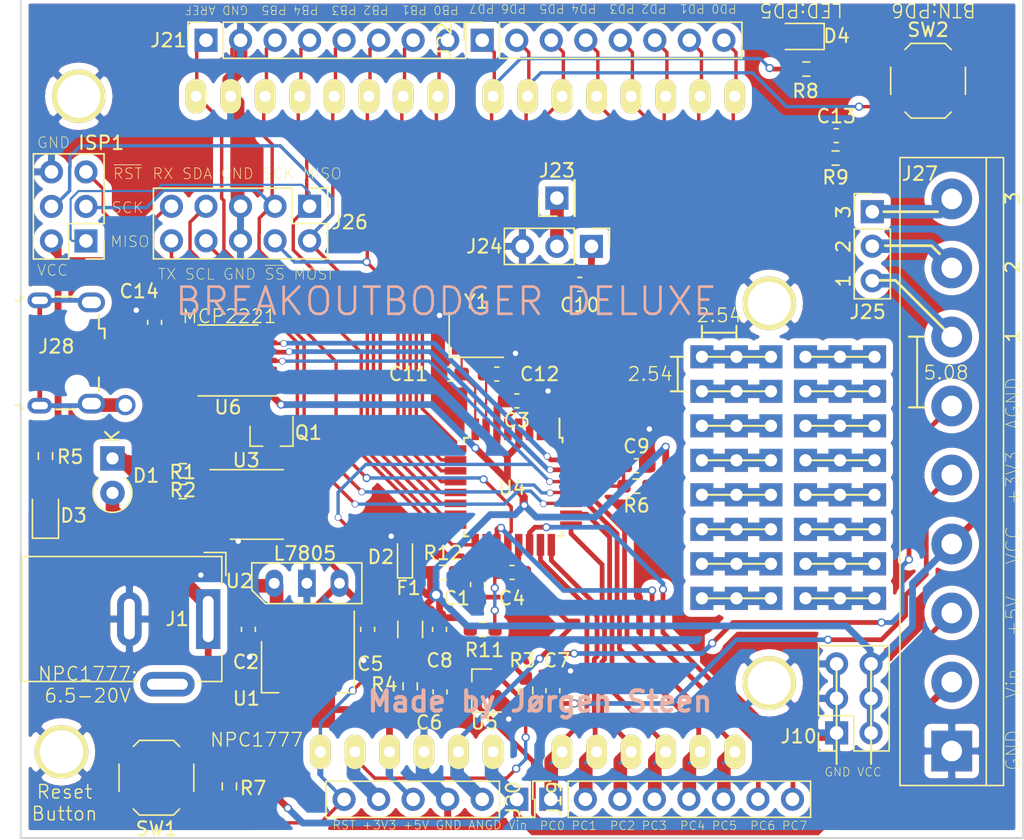
<source format=kicad_pcb>
(kicad_pcb (version 20171130) (host pcbnew "(5.1.7)-1")
  (layers (0 F.Cu signal) (31 B.Cu signal) (34 B.Paste user hide) (35 F.Paste user hide) (36 B.SilkS user hide) (37 F.SilkS user) (38 B.Mask user hide) (39 F.Mask user hide) (44 Edge.Cuts user hide))
  (net 0 "")
  (net 1 AVCC)
  (net 2 GND)
  (net 3 AREF)
  (net 4 +5V)
  (net 5 +3V3)
  (net 6 VCC)
  (net 7 "Net-(Q1-Pad2)")
  (net 8 "Net-(R1-Pad2)")
  (net 9 "Net-(C2-Pad2)")
  (net 10 "Net-(J13-Pad1)")
  (net 11 "Net-(J14-Pad1)")
  (net 12 "Net-(J15-Pad1)")
  (net 13 "Net-(J16-Pad1)")
  (net 14 "Net-(J18-Pad1)")
  (net 15 "Net-(J23-Pad1)")
  (net 16 "Net-(J25-Pad1)")
  (net 17 AGND)
  (net 18 "XTAL1(PB6)")
  (net 19 "XTAL2(PB7)")
  (net 20 PD6)
  (net 21 VUSB)
  (net 22 V_supply)
  (net 23 "Net-(D3-Pad2)")
  (net 24 "Net-(D4-Pad2)")
  (net 25 ~RESET)
  (net 26 PB3)
  (net 27 PB5)
  (net 28 PB4)
  (net 29 "Net-(J1-Pad3)")
  (net 30 "Net-(J2-Pad1)")
  (net 31 "Net-(J3-Pad1)")
  (net 32 "Net-(J4-Pad1)")
  (net 33 "Net-(J5-Pad1)")
  (net 34 "Net-(J6-Pad1)")
  (net 35 "Net-(J7-Pad1)")
  (net 36 "Net-(J8-Pad1)")
  (net 37 "Net-(J9-Pad1)")
  (net 38 "Net-(J11-Pad1)")
  (net 39 "Net-(J12-Pad1)")
  (net 40 "Net-(J17-Pad1)")
  (net 41 ADC7)
  (net 42 ADC6)
  (net 43 "PC5(SCL)")
  (net 44 "PC4(SDA)")
  (net 45 PC3)
  (net 46 PC2)
  (net 47 PC1)
  (net 48 PC0)
  (net 49 PB0)
  (net 50 PB1)
  (net 51 PB2)
  (net 52 "PD0(RX)")
  (net 53 "PD1(TX)")
  (net 54 PD2)
  (net 55 PD3)
  (net 56 PD4)
  (net 57 PD5)
  (net 58 PD7)
  (net 59 "Net-(J25-Pad3)")
  (net 60 "Net-(J25-Pad2)")
  (net 61 "Net-(J28-Pad6)")
  (net 62 "Net-(J28-Pad4)")
  (net 63 "Net-(J28-Pad3)")
  (net 64 "Net-(J28-Pad2)")
  (net 65 "Net-(R7-Pad1)")
  (net 66 "Net-(U3-Pad8)")
  (net 67 "Net-(U3-Pad5)")
  (net 68 "Net-(U3-Pad1)")
  (net 69 "Net-(U6-Pad10)")
  (net 70 "Net-(U6-Pad9)")
  (net 71 "Net-(U6-Pad8)")
  (net 72 "Net-(U6-Pad7)")
  (net 73 "Net-(U6-Pad3)")
  (net 74 "Net-(U6-Pad2)")
  (net 75 "Net-(F1-Pad1)")
  (module Package_TO_SOT_SMD:SOT-223-3_TabPin2 (layer F.Cu) (at 71.375 103.4 270)
    (fp_text reference U1 (at 2.34 4.525 180) (layer F.SilkS))
    (fp_text value NCP1117-5)
    (pad 1 smd rect (at -3.15 -2.3 270) (size 2 1.5) (layers F.Cu F.Paste F.Mask) (net 2 GND))
    (pad 3 smd rect (at -3.15 2.3 270) (size 2 1.5) (layers F.Cu F.Paste F.Mask) (net 9 "Net-(C2-Pad2)"))
    (pad 2 smd rect (at -3.15 0 270) (size 2 1.5) (layers F.Cu F.Paste F.Mask) (net 4 +5V))
    (pad 2 smd rect (at 3.15 0 270) (size 2 4) (layers F.Cu F.Paste F.Mask) (net 4 +5V))
  )
  (module Diode_SMD:D_SC-80_HandSoldering (layer F.Cu) (at 78.522 95.058 90)
    (fp_text reference D2 (at -0.254 -1.778 180) (layer F.SilkS))
    (fp_text value "5,5+ Zener")
    (pad 1 smd rect (at -1.1 0 90) (size 1.1 0.6) (layers F.Cu F.Paste F.Mask) (net 6 VCC))
    (pad 2 smd rect (at 1.1 0 90) (size 1.1 0.6) (layers F.Cu F.Paste F.Mask) (net 2 GND))
  )
  (module Connector_PinSocket_2.54mm:PinSocket_1x08_P2.54mm_Vertical (layer F.Cu) (at 89.25 113.15 90)
    (fp_text reference J20 (at 0 -2.77 90) (layer F.SilkS))
    (fp_text value ADC_Connector)
    (pad 8 thru_hole oval (at 0 17.78 90) (size 1.7 1.7) (drill 1) (layers *.Cu *.Mask) (net 41 ADC7))
    (pad 7 thru_hole oval (at 0 15.24 90) (size 1.7 1.7) (drill 1) (layers *.Cu *.Mask) (net 42 ADC6))
    (pad 6 thru_hole oval (at 0 12.7 90) (size 1.7 1.7) (drill 1) (layers *.Cu *.Mask) (net 43 "PC5(SCL)"))
    (pad 5 thru_hole oval (at 0 10.16 90) (size 1.7 1.7) (drill 1) (layers *.Cu *.Mask) (net 44 "PC4(SDA)"))
    (pad 4 thru_hole oval (at 0 7.62 90) (size 1.7 1.7) (drill 1) (layers *.Cu *.Mask) (net 45 PC3))
    (pad 3 thru_hole oval (at 0 5.08 90) (size 1.7 1.7) (drill 1) (layers *.Cu *.Mask) (net 46 PC2))
    (pad 2 thru_hole oval (at 0 2.54 90) (size 1.7 1.7) (drill 1) (layers *.Cu *.Mask) (net 47 PC1))
    (pad 1 thru_hole rect (at 0 0 90) (size 1.7 1.7) (drill 1) (layers *.Cu *.Mask) (net 48 PC0))
  )
  (module Connector_PinSocket_2.54mm:PinSocket_2x03_P2.54mm_Vertical (layer F.Cu) (at 110.272 108.266 180)
    (fp_text reference J10 (at 2.794 -0.254) (layer F.SilkS))
    (fp_text value Conn_01x06)
    (pad 6 thru_hole oval (at -2.54 5.08 180) (size 1.7 1.7) (drill 1) (layers *.Cu *.Mask) (net 6 VCC))
    (pad 5 thru_hole oval (at 0 5.08 180) (size 1.7 1.7) (drill 1) (layers *.Cu *.Mask) (net 2 GND))
    (pad 4 thru_hole oval (at -2.54 2.54 180) (size 1.7 1.7) (drill 1) (layers *.Cu *.Mask) (net 6 VCC))
    (pad 3 thru_hole oval (at 0 2.54 180) (size 1.7 1.7) (drill 1) (layers *.Cu *.Mask) (net 2 GND))
    (pad 2 thru_hole oval (at -2.54 0 180) (size 1.7 1.7) (drill 1) (layers *.Cu *.Mask) (net 6 VCC))
    (pad 1 thru_hole rect (at 0 0 180) (size 1.7 1.7) (drill 1) (layers *.Cu *.Mask) (net 2 GND))
  )
  (module Connector_PinSocket_2.54mm:PinSocket_1x08_P2.54mm_Vertical (layer F.Cu) (at 84.201 57.277 90)
    (fp_text reference J22 (at 0 -2.77 90) (layer F.SilkS))
    (fp_text value PORD_connector)
    (pad 8 thru_hole oval (at 0 17.78 90) (size 1.7 1.7) (drill 1) (layers *.Cu *.Mask) (net 52 "PD0(RX)"))
    (pad 7 thru_hole oval (at 0 15.24 90) (size 1.7 1.7) (drill 1) (layers *.Cu *.Mask) (net 53 "PD1(TX)"))
    (pad 6 thru_hole oval (at 0 12.7 90) (size 1.7 1.7) (drill 1) (layers *.Cu *.Mask) (net 54 PD2))
    (pad 5 thru_hole oval (at 0 10.16 90) (size 1.7 1.7) (drill 1) (layers *.Cu *.Mask) (net 55 PD3))
    (pad 4 thru_hole oval (at 0 7.62 90) (size 1.7 1.7) (drill 1) (layers *.Cu *.Mask) (net 56 PD4))
    (pad 3 thru_hole oval (at 0 5.08 90) (size 1.7 1.7) (drill 1) (layers *.Cu *.Mask) (net 57 PD5))
    (pad 2 thru_hole oval (at 0 2.54 90) (size 1.7 1.7) (drill 1) (layers *.Cu *.Mask) (net 20 PD6))
    (pad 1 thru_hole rect (at 0 0 90) (size 1.7 1.7) (drill 1) (layers *.Cu *.Mask) (net 58 PD7))
  )
  (module Connector_PinSocket_2.54mm:PinSocket_1x08_P2.54mm_Vertical (layer F.Cu) (at 63.881 57.277 90)
    (fp_text reference J21 (at 0 -2.77 180) (layer F.SilkS))
    (fp_text value PORB++_connector)
    (pad 8 thru_hole oval (at 0 17.78 90) (size 1.7 1.7) (drill 1) (layers *.Cu *.Mask) (net 49 PB0))
    (pad 7 thru_hole oval (at 0 15.24 90) (size 1.7 1.7) (drill 1) (layers *.Cu *.Mask) (net 50 PB1))
    (pad 6 thru_hole oval (at 0 12.7 90) (size 1.7 1.7) (drill 1) (layers *.Cu *.Mask) (net 51 PB2))
    (pad 5 thru_hole oval (at 0 10.16 90) (size 1.7 1.7) (drill 1) (layers *.Cu *.Mask) (net 26 PB3))
    (pad 4 thru_hole oval (at 0 7.62 90) (size 1.7 1.7) (drill 1) (layers *.Cu *.Mask) (net 28 PB4))
    (pad 3 thru_hole oval (at 0 5.08 90) (size 1.7 1.7) (drill 1) (layers *.Cu *.Mask) (net 27 PB5))
    (pad 2 thru_hole oval (at 0 2.54 90) (size 1.7 1.7) (drill 1) (layers *.Cu *.Mask) (net 2 GND))
    (pad 1 thru_hole rect (at 0 0 90) (size 1.7 1.7) (drill 1) (layers *.Cu *.Mask) (net 3 AREF))
  )
  (module Connector_PinSocket_2.54mm:PinSocket_1x06_P2.54mm_Vertical (layer F.Cu) (at 86.741 113.157 270)
    (fp_text reference J19 (at 0 -2.77 90) (layer F.SilkS))
    (fp_text value Power_connector)
    (pad 6 thru_hole oval (at 0 12.7 270) (size 1.7 1.7) (drill 1) (layers *.Cu *.Mask) (net 25 ~RESET))
    (pad 5 thru_hole oval (at 0 10.16 270) (size 1.7 1.7) (drill 1) (layers *.Cu *.Mask) (net 5 +3V3))
    (pad 4 thru_hole oval (at 0 7.62 270) (size 1.7 1.7) (drill 1) (layers *.Cu *.Mask) (net 4 +5V))
    (pad 3 thru_hole oval (at 0 5.08 270) (size 1.7 1.7) (drill 1) (layers *.Cu *.Mask) (net 2 GND))
    (pad 2 thru_hole oval (at 0 2.54 270) (size 1.7 1.7) (drill 1) (layers *.Cu *.Mask) (net 17 AGND))
    (pad 1 thru_hole rect (at 0 0 270) (size 1.7 1.7) (drill 1) (layers *.Cu *.Mask) (net 22 V_supply))
  )
  (module Crystal:Crystal_SMD_3225-4Pin_3.2x2.5mm (layer F.Cu) (at 83.772 78.968)
    (fp_text reference Y1 (at 0 -2.45) (layer F.SilkS))
    (fp_text value Crystal_GND24)
    (pad 4 smd rect (at -1.1 -0.85) (size 1.4 1.2) (layers F.Cu F.Paste F.Mask) (net 2 GND))
    (pad 3 smd rect (at 1.1 -0.85) (size 1.4 1.2) (layers F.Cu F.Paste F.Mask) (net 18 "XTAL1(PB6)"))
    (pad 2 smd rect (at 1.1 0.85) (size 1.4 1.2) (layers F.Cu F.Paste F.Mask) (net 2 GND))
    (pad 1 smd rect (at -1.1 0.85) (size 1.4 1.2) (layers F.Cu F.Paste F.Mask) (net 19 "XTAL2(PB7)"))
  )
  (module jorgen:conn_01x03_square (layer F.Cu) (at 111.796 94.55)
    (fp_text reference J18 hide)
    (fp_text value 01x03)
    (pad 3 thru_hole rect (at 1.27 3.81) (size 1.7 1.7) (drill 0.9) (layers *.Cu *.Mask) (net 14 "Net-(J18-Pad1)"))
    (pad 2 thru_hole rect (at -1.27 3.81) (size 1.7 1.7) (drill 0.9) (layers *.Cu *.Mask) (net 14 "Net-(J18-Pad1)"))
    (pad 1 thru_hole rect (at -3.81 3.81) (size 1.7 1.7) (drill 0.9) (layers *.Cu *.Mask) (net 14 "Net-(J18-Pad1)"))
  )
  (module jorgen:conn_01x03_square (layer F.Cu) (at 104.176 94.55)
    (fp_text reference J17 hide)
    (fp_text value 01x03)
    (pad 3 thru_hole rect (at 1.27 3.81) (size 1.7 1.7) (drill 0.9) (layers *.Cu *.Mask) (net 40 "Net-(J17-Pad1)"))
    (pad 2 thru_hole rect (at -1.27 3.81) (size 1.7 1.7) (drill 0.9) (layers *.Cu *.Mask) (net 40 "Net-(J17-Pad1)"))
    (pad 1 thru_hole rect (at -3.81 3.81) (size 1.7 1.7) (drill 0.9) (layers *.Cu *.Mask) (net 40 "Net-(J17-Pad1)"))
  )
  (module jorgen:conn_01x03_square (layer F.Cu) (at 111.796 92.01)
    (fp_text reference J16 hide)
    (fp_text value 01x03)
    (pad 3 thru_hole rect (at 1.27 3.81) (size 1.7 1.7) (drill 0.9) (layers *.Cu *.Mask) (net 13 "Net-(J16-Pad1)"))
    (pad 2 thru_hole rect (at -1.27 3.81) (size 1.7 1.7) (drill 0.9) (layers *.Cu *.Mask) (net 13 "Net-(J16-Pad1)"))
    (pad 1 thru_hole rect (at -3.81 3.81) (size 1.7 1.7) (drill 0.9) (layers *.Cu *.Mask) (net 13 "Net-(J16-Pad1)"))
  )
  (module jorgen:conn_01x03_square (layer F.Cu) (at 104.176 92.01)
    (fp_text reference J15 hide)
    (fp_text value 01x03)
    (pad 3 thru_hole rect (at 1.27 3.81) (size 1.7 1.7) (drill 0.9) (layers *.Cu *.Mask) (net 12 "Net-(J15-Pad1)"))
    (pad 2 thru_hole rect (at -1.27 3.81) (size 1.7 1.7) (drill 0.9) (layers *.Cu *.Mask) (net 12 "Net-(J15-Pad1)"))
    (pad 1 thru_hole rect (at -3.81 3.81) (size 1.7 1.7) (drill 0.9) (layers *.Cu *.Mask) (net 12 "Net-(J15-Pad1)"))
  )
  (module jorgen:conn_01x03_square (layer F.Cu) (at 111.796 89.47)
    (fp_text reference J14 hide)
    (fp_text value 01x03)
    (pad 3 thru_hole rect (at 1.27 3.81) (size 1.7 1.7) (drill 0.9) (layers *.Cu *.Mask) (net 11 "Net-(J14-Pad1)"))
    (pad 2 thru_hole rect (at -1.27 3.81) (size 1.7 1.7) (drill 0.9) (layers *.Cu *.Mask) (net 11 "Net-(J14-Pad1)"))
    (pad 1 thru_hole rect (at -3.81 3.81) (size 1.7 1.7) (drill 0.9) (layers *.Cu *.Mask) (net 11 "Net-(J14-Pad1)"))
  )
  (module jorgen:conn_01x03_square (layer F.Cu) (at 104.176 89.47)
    (fp_text reference J13 hide)
    (fp_text value 01x03)
    (pad 3 thru_hole rect (at 1.27 3.81) (size 1.7 1.7) (drill 0.9) (layers *.Cu *.Mask) (net 10 "Net-(J13-Pad1)"))
    (pad 2 thru_hole rect (at -1.27 3.81) (size 1.7 1.7) (drill 0.9) (layers *.Cu *.Mask) (net 10 "Net-(J13-Pad1)"))
    (pad 1 thru_hole rect (at -3.81 3.81) (size 1.7 1.7) (drill 0.9) (layers *.Cu *.Mask) (net 10 "Net-(J13-Pad1)"))
  )
  (module jorgen:conn_01x03_square (layer F.Cu) (at 111.796 86.93)
    (fp_text reference J12 hide)
    (fp_text value 01x03)
    (pad 3 thru_hole rect (at 1.27 3.81) (size 1.7 1.7) (drill 0.9) (layers *.Cu *.Mask) (net 39 "Net-(J12-Pad1)"))
    (pad 2 thru_hole rect (at -1.27 3.81) (size 1.7 1.7) (drill 0.9) (layers *.Cu *.Mask) (net 39 "Net-(J12-Pad1)"))
    (pad 1 thru_hole rect (at -3.81 3.81) (size 1.7 1.7) (drill 0.9) (layers *.Cu *.Mask) (net 39 "Net-(J12-Pad1)"))
  )
  (module jorgen:conn_01x03_square (layer F.Cu) (at 104.176 86.93)
    (fp_text reference J11 hide)
    (fp_text value 01x03)
    (pad 3 thru_hole rect (at 1.27 3.81) (size 1.7 1.7) (drill 0.9) (layers *.Cu *.Mask) (net 38 "Net-(J11-Pad1)"))
    (pad 2 thru_hole rect (at -1.27 3.81) (size 1.7 1.7) (drill 0.9) (layers *.Cu *.Mask) (net 38 "Net-(J11-Pad1)"))
    (pad 1 thru_hole rect (at -3.81 3.81) (size 1.7 1.7) (drill 0.9) (layers *.Cu *.Mask) (net 38 "Net-(J11-Pad1)"))
  )
  (module jorgen:conn_01x03_square (layer F.Cu) (at 104.176 84.39)
    (fp_text reference J9 hide)
    (fp_text value 01x03)
    (pad 3 thru_hole rect (at 1.27 3.81) (size 1.7 1.7) (drill 0.9) (layers *.Cu *.Mask) (net 37 "Net-(J9-Pad1)"))
    (pad 2 thru_hole rect (at -1.27 3.81) (size 1.7 1.7) (drill 0.9) (layers *.Cu *.Mask) (net 37 "Net-(J9-Pad1)"))
    (pad 1 thru_hole rect (at -3.81 3.81) (size 1.7 1.7) (drill 0.9) (layers *.Cu *.Mask) (net 37 "Net-(J9-Pad1)"))
  )
  (module jorgen:conn_01x03_square (layer F.Cu) (at 111.796 84.39)
    (fp_text reference J8 hide)
    (fp_text value 01x03)
    (pad 3 thru_hole rect (at 1.27 3.81) (size 1.7 1.7) (drill 0.9) (layers *.Cu *.Mask) (net 36 "Net-(J8-Pad1)"))
    (pad 2 thru_hole rect (at -1.27 3.81) (size 1.7 1.7) (drill 0.9) (layers *.Cu *.Mask) (net 36 "Net-(J8-Pad1)"))
    (pad 1 thru_hole rect (at -3.81 3.81) (size 1.7 1.7) (drill 0.9) (layers *.Cu *.Mask) (net 36 "Net-(J8-Pad1)"))
  )
  (module jorgen:conn_01x03_square (layer F.Cu) (at 104.176 81.85)
    (fp_text reference J7 hide)
    (fp_text value 01x03)
    (pad 3 thru_hole rect (at 1.27 3.81) (size 1.7 1.7) (drill 0.9) (layers *.Cu *.Mask) (net 35 "Net-(J7-Pad1)"))
    (pad 2 thru_hole rect (at -1.27 3.81) (size 1.7 1.7) (drill 0.9) (layers *.Cu *.Mask) (net 35 "Net-(J7-Pad1)"))
    (pad 1 thru_hole rect (at -3.81 3.81) (size 1.7 1.7) (drill 0.9) (layers *.Cu *.Mask) (net 35 "Net-(J7-Pad1)"))
  )
  (module jorgen:conn_01x03_square (layer F.Cu) (at 111.796 81.85)
    (fp_text reference J6 hide)
    (fp_text value 01x03)
    (pad 3 thru_hole rect (at 1.27 3.81) (size 1.7 1.7) (drill 0.9) (layers *.Cu *.Mask) (net 34 "Net-(J6-Pad1)"))
    (pad 2 thru_hole rect (at -1.27 3.81) (size 1.7 1.7) (drill 0.9) (layers *.Cu *.Mask) (net 34 "Net-(J6-Pad1)"))
    (pad 1 thru_hole rect (at -3.81 3.81) (size 1.7 1.7) (drill 0.9) (layers *.Cu *.Mask) (net 34 "Net-(J6-Pad1)"))
  )
  (module jorgen:conn_01x03_square (layer F.Cu) (at 104.176 79.31)
    (fp_text reference J5 hide)
    (fp_text value 01x03)
    (pad 3 thru_hole rect (at 1.27 3.81) (size 1.7 1.7) (drill 0.9) (layers *.Cu *.Mask) (net 33 "Net-(J5-Pad1)"))
    (pad 2 thru_hole rect (at -1.27 3.81) (size 1.7 1.7) (drill 0.9) (layers *.Cu *.Mask) (net 33 "Net-(J5-Pad1)"))
    (pad 1 thru_hole rect (at -3.81 3.81) (size 1.7 1.7) (drill 0.9) (layers *.Cu *.Mask) (net 33 "Net-(J5-Pad1)"))
  )
  (module jorgen:conn_01x03_square (layer F.Cu) (at 111.796 79.31)
    (fp_text reference J4 hide)
    (fp_text value 01x03)
    (pad 3 thru_hole rect (at 1.27 3.81) (size 1.7 1.7) (drill 0.9) (layers *.Cu *.Mask) (net 32 "Net-(J4-Pad1)"))
    (pad 2 thru_hole rect (at -1.27 3.81) (size 1.7 1.7) (drill 0.9) (layers *.Cu *.Mask) (net 32 "Net-(J4-Pad1)"))
    (pad 1 thru_hole rect (at -3.81 3.81) (size 1.7 1.7) (drill 0.9) (layers *.Cu *.Mask) (net 32 "Net-(J4-Pad1)"))
  )
  (module jorgen:conn_01x03_square (layer F.Cu) (at 104.176 76.77)
    (fp_text reference J3 hide)
    (fp_text value 01x03)
    (pad 3 thru_hole rect (at 1.27 3.81) (size 1.7 1.7) (drill 0.9) (layers *.Cu *.Mask) (net 31 "Net-(J3-Pad1)"))
    (pad 2 thru_hole rect (at -1.27 3.81) (size 1.7 1.7) (drill 0.9) (layers *.Cu *.Mask) (net 31 "Net-(J3-Pad1)"))
    (pad 1 thru_hole rect (at -3.81 3.81) (size 1.7 1.7) (drill 0.9) (layers *.Cu *.Mask) (net 31 "Net-(J3-Pad1)"))
  )
  (module jorgen:conn_01x03_square (layer F.Cu) (at 111.796 76.77)
    (fp_text reference J2 hide)
    (fp_text value 01x03)
    (pad 3 thru_hole rect (at 1.27 3.81) (size 1.7 1.7) (drill 0.9) (layers *.Cu *.Mask) (net 30 "Net-(J2-Pad1)"))
    (pad 2 thru_hole rect (at -1.27 3.81) (size 1.7 1.7) (drill 0.9) (layers *.Cu *.Mask) (net 30 "Net-(J2-Pad1)"))
    (pad 1 thru_hole rect (at -3.81 3.81) (size 1.7 1.7) (drill 0.9) (layers *.Cu *.Mask) (net 30 "Net-(J2-Pad1)"))
  )
  (module jorgen:AtmelSHIELD (layer F.Cu) (at 50.455 115.759)
    (fp_text reference SHIELD1 hide)
    (fp_text value ATMEL_SHIELD hide)
    (pad GNDS thru_hole circle (at 2.794 -6.096 90) (size 3.937 3.937) (drill 3.175) (layers *.Cu *.Mask F.SilkS) (net 2 GND))
    (pad GNDS thru_hole circle (at 4.064 -54.356 90) (size 3.937 3.937) (drill 3.175) (layers *.Cu *.Mask F.SilkS) (net 2 GND))
    (pad GNDS thru_hole circle (at 54.864 -39.116 90) (size 3.937 3.937) (drill 3.175) (layers *.Cu *.Mask F.SilkS) (net 2 GND))
    (pad GNDS thru_hole circle (at 54.864 -11.176 90) (size 3.937 3.937) (drill 3.175) (layers *.Cu *.Mask F.SilkS) (net 2 GND))
    (pad 5V thru_hole oval (at 26.924 -6.096 90) (size 2.54 1.524) (drill 0.8128) (layers *.Cu *.Mask F.SilkS) (net 4 +5V))
    (pad AREF thru_hole oval (at 12.7 -54.356 90) (size 2.54 1.524) (drill 0.8128) (layers *.Cu *.Mask F.SilkS) (net 3 AREF))
    (pad GND3 thru_hole oval (at 15.24 -54.356 90) (size 2.54 1.524) (drill 0.8128) (layers *.Cu *.Mask F.SilkS) (net 2 GND))
    (pad 13 thru_hole oval (at 17.78 -54.356 90) (size 2.54 1.524) (drill 0.8128) (layers *.Cu *.Mask F.SilkS) (net 27 PB5))
    (pad 12 thru_hole oval (at 20.32 -54.356 90) (size 2.54 1.524) (drill 0.8128) (layers *.Cu *.Mask F.SilkS) (net 28 PB4))
    (pad 11 thru_hole oval (at 22.86 -54.356 90) (size 2.54 1.524) (drill 0.8128) (layers *.Cu *.Mask F.SilkS) (net 26 PB3))
    (pad 10 thru_hole oval (at 25.4 -54.356 90) (size 2.54 1.524) (drill 0.8128) (layers *.Cu *.Mask F.SilkS) (net 51 PB2))
    (pad 9 thru_hole oval (at 27.94 -54.356 90) (size 2.54 1.524) (drill 0.8128) (layers *.Cu *.Mask F.SilkS) (net 50 PB1))
    (pad 8 thru_hole oval (at 30.48 -54.356 90) (size 2.54 1.524) (drill 0.8128) (layers *.Cu *.Mask F.SilkS) (net 49 PB0))
    (pad 7 thru_hole oval (at 34.544 -54.356 90) (size 2.54 1.524) (drill 0.8128) (layers *.Cu *.Mask F.SilkS) (net 58 PD7))
    (pad 6 thru_hole oval (at 37.084 -54.356 90) (size 2.54 1.524) (drill 0.8128) (layers *.Cu *.Mask F.SilkS) (net 20 PD6))
    (pad 5 thru_hole oval (at 39.624 -54.356 90) (size 2.54 1.524) (drill 0.8128) (layers *.Cu *.Mask F.SilkS) (net 57 PD5))
    (pad 4 thru_hole oval (at 42.164 -54.356 90) (size 2.54 1.524) (drill 0.8128) (layers *.Cu *.Mask F.SilkS) (net 56 PD4))
    (pad 3 thru_hole oval (at 44.704 -54.356 90) (size 2.54 1.524) (drill 0.8128) (layers *.Cu *.Mask F.SilkS) (net 55 PD3))
    (pad 2 thru_hole oval (at 47.244 -54.356 90) (size 2.54 1.524) (drill 0.8128) (layers *.Cu *.Mask F.SilkS) (net 54 PD2))
    (pad 1 thru_hole oval (at 49.784 -54.356 90) (size 2.54 1.524) (drill 0.8128) (layers *.Cu *.Mask F.SilkS) (net 53 "PD1(TX)"))
    (pad 0 thru_hole oval (at 52.324 -54.356 90) (size 2.54 1.524) (drill 0.8128) (layers *.Cu *.Mask F.SilkS) (net 52 "PD0(RX)"))
    (pad RST thru_hole oval (at 21.844 -6.096 90) (size 2.54 1.524) (drill 0.8128) (layers *.Cu *.Mask F.SilkS) (net 25 ~RESET))
    (pad 3V3 thru_hole oval (at 24.384 -6.096 90) (size 2.54 1.524) (drill 0.8128) (layers *.Cu *.Mask F.SilkS) (net 5 +3V3))
    (pad GND1 thru_hole oval (at 29.464 -6.096 90) (size 2.54 1.524) (drill 0.8128) (layers *.Cu *.Mask F.SilkS) (net 2 GND))
    (pad GND2 thru_hole oval (at 32.004 -6.096 90) (size 2.54 1.524) (drill 0.8128) (layers *.Cu *.Mask F.SilkS) (net 17 AGND))
    (pad V_IN thru_hole oval (at 34.544 -6.096 90) (size 2.54 1.524) (drill 0.8128) (layers *.Cu *.Mask F.SilkS) (net 22 V_supply))
    (pad AD2 thru_hole oval (at 44.704 -6.096 90) (size 2.54 1.524) (drill 0.8128) (layers *.Cu *.Mask F.SilkS) (net 46 PC2))
    (pad AD1 thru_hole oval (at 42.164 -6.096 90) (size 2.54 1.524) (drill 0.8128) (layers *.Cu *.Mask F.SilkS) (net 47 PC1))
    (pad AD0 thru_hole oval (at 39.624 -6.096 90) (size 2.54 1.524) (drill 0.8128) (layers *.Cu *.Mask F.SilkS) (net 48 PC0))
    (pad AD3 thru_hole oval (at 47.244 -6.096 90) (size 2.54 1.524) (drill 0.8128) (layers *.Cu *.Mask F.SilkS) (net 45 PC3))
    (pad AD4 thru_hole oval (at 49.784 -6.096 90) (size 2.54 1.524) (drill 0.8128) (layers *.Cu *.Mask F.SilkS) (net 44 "PC4(SDA)"))
    (pad AD5 thru_hole oval (at 52.324 -6.096 90) (size 2.54 1.524) (drill 0.8128) (layers *.Cu *.Mask F.SilkS) (net 43 "PC5(SCL)"))
  )
  (module Button_Switch_SMD:SW_SPST_TL3342 (layer F.Cu) (at 117.003 60.26)
    (fp_text reference SW2 (at 0 -3.75) (layer F.SilkS))
    (fp_text value SW_Push)
    (pad 2 smd rect (at 3.15 1.9) (size 1.7 1) (layers F.Cu F.Paste F.Mask) (net 20 PD6))
    (pad 2 smd rect (at -3.15 1.9) (size 1.7 1) (layers F.Cu F.Paste F.Mask) (net 20 PD6))
    (pad 1 smd rect (at 3.15 -1.9) (size 1.7 1) (layers F.Cu F.Paste F.Mask) (net 2 GND))
    (pad 1 smd rect (at -3.15 -1.9) (size 1.7 1) (layers F.Cu F.Paste F.Mask) (net 2 GND))
  )
  (module Button_Switch_SMD:SW_SPST_TL3342 (layer F.Cu) (at 60.234 111.568 180)
    (fp_text reference SW1 (at 0 -3.75) (layer F.SilkS))
    (fp_text value SW_Push)
    (pad 2 smd rect (at 3.15 1.9 180) (size 1.7 1) (layers F.Cu F.Paste F.Mask) (net 2 GND))
    (pad 2 smd rect (at -3.15 1.9 180) (size 1.7 1) (layers F.Cu F.Paste F.Mask) (net 2 GND))
    (pad 1 smd rect (at 3.15 -1.9 180) (size 1.7 1) (layers F.Cu F.Paste F.Mask) (net 65 "Net-(R7-Pad1)"))
    (pad 1 smd rect (at -3.15 -1.9 180) (size 1.7 1) (layers F.Cu F.Paste F.Mask) (net 65 "Net-(R7-Pad1)"))
  )
  (module Resistor_SMD:R_0603_1608Metric_Pad0.98x0.95mm_HandSolder (layer F.Cu) (at 81.316 96.455)
    (fp_text reference R12 (at 0 -1.43) (layer F.SilkS))
    (fp_text value 0R)
    (pad 2 smd roundrect (at 0.9125 0) (size 0.975 0.95) (layers F.Cu F.Paste F.Mask) (net 1 AVCC))
    (pad 1 smd roundrect (at -0.9125 0) (size 0.975 0.95) (layers F.Cu F.Paste F.Mask) (net 6 VCC))
  )
  (module Resistor_SMD:R_0603_1608Metric_Pad0.98x0.95mm_HandSolder (layer F.Cu) (at 84.237 100.646)
    (fp_text reference R11 (at 0.127 1.524) (layer F.SilkS))
    (fp_text value 0R)
    (pad 2 smd roundrect (at 0.9125 0) (size 0.975 0.95) (layers F.Cu F.Paste F.Mask) (net 3 AREF))
    (pad 1 smd roundrect (at -0.9125 0) (size 0.975 0.95) (layers F.Cu F.Paste F.Mask) (net 6 VCC))
  )
  (module Connector_BarrelJack:BarrelJack_Wuerth_6941xx301002 (layer F.Cu) (at 64.044 99.884 270)
    (fp_text reference J1 (at 0 2.286 180) (layer F.SilkS))
    (fp_text value Jack-DC)
    (pad 1 thru_hole rect (at 0 0 270) (size 4.4 1.8) (drill oval 3.4 0.8) (layers *.Cu *.Mask) (net 22 V_supply))
    (pad 2 thru_hole oval (at 0 5.8 270) (size 4 1.8) (drill oval 3 0.8) (layers *.Cu *.Mask) (net 2 GND))
    (pad 3 thru_hole oval (at 4.8 3) (size 4 1.8) (drill oval 3 0.8) (layers *.Cu *.Mask) (net 29 "Net-(J1-Pad3)"))
  )
  (module Fuse:Fuse_1206_3216Metric_Pad1.42x1.75mm_HandSolder (layer F.Cu) (at 78.903 100.646 90)
    (fp_text reference F1 (at 3.048 -0.127 180) (layer F.SilkS))
    (fp_text value Polyfuse)
    (pad 2 smd roundrect (at 1.4875 0 90) (size 1.425 1.75) (layers F.Cu F.Paste F.Mask) (roundrect_rratio 0.175439) (net 6 VCC))
    (pad 1 smd roundrect (at -1.4875 0 90) (size 1.425 1.75) (layers F.Cu F.Paste F.Mask) (roundrect_rratio 0.175439) (net 75 "Net-(F1-Pad1)"))
  )
  (module jorgen:TerminalBlock_bornier-9_P5.08mm (layer F.Cu) (at 118.745 109.601 90)
    (fp_text reference J27 (at 42.501 -2.345 180) (layer F.SilkS))
    (fp_text value "Power terminal")
    (pad 9 thru_hole circle (at 40.64 0 90) (size 3 3) (drill 1.52) (layers *.Cu *.Mask) (net 16 "Net-(J25-Pad1)"))
    (pad 8 thru_hole circle (at 35.56 0 90) (size 3 3) (drill 1.52) (layers *.Cu *.Mask) (net 60 "Net-(J25-Pad2)"))
    (pad 7 thru_hole circle (at 30.48 0 90) (size 3 3) (drill 1.52) (layers *.Cu *.Mask) (net 59 "Net-(J25-Pad3)"))
    (pad 6 thru_hole circle (at 25.4 0 90) (size 3 3) (drill 1.52) (layers *.Cu *.Mask) (net 17 AGND))
    (pad 5 thru_hole circle (at 20.32 0 90) (size 3 3) (drill 1.52) (layers *.Cu *.Mask) (net 5 +3V3))
    (pad 4 thru_hole circle (at 15.24 0 90) (size 3 3) (drill 1.52) (layers *.Cu *.Mask) (net 6 VCC))
    (pad 1 thru_hole rect (at 0 0 90) (size 3 3) (drill 1.52) (layers *.Cu *.Mask) (net 2 GND))
    (pad 3 thru_hole circle (at 10.16 0 90) (size 3 3) (drill 1.52) (layers *.Cu *.Mask) (net 4 +5V))
    (pad 2 thru_hole circle (at 5.08 0 90) (size 3 3) (drill 1.52) (layers *.Cu *.Mask) (net 22 V_supply))
  )
  (module Connector_PinHeader_2.54mm:PinHeader_1x01_P2.54mm_Vertical (layer F.Cu) (at 89.698 68.896 90)
    (fp_text reference J23 (at 2.032 0 180) (layer F.SilkS))
    (fp_text value Conn_01x01)
    (pad 1 thru_hole rect (at 0 0 90) (size 1.7 1.7) (drill 1) (layers *.Cu *.Mask) (net 15 "Net-(J23-Pad1)"))
  )
  (module Package_SO:SOIC-8_3.9x4.9mm_P1.27mm (layer F.Cu) (at 67.62 91.45)
    (fp_text reference U3 (at -0.782 -3.25) (layer F.SilkS))
    (fp_text value TL071)
    (pad 8 smd roundrect (at 2.475 -1.905) (size 1.95 0.6) (layers F.Cu F.Paste F.Mask) (net 66 "Net-(U3-Pad8)"))
    (pad 7 smd roundrect (at 2.475 -0.635) (size 1.95 0.6) (layers F.Cu F.Paste F.Mask) (net 4 +5V))
    (pad 6 smd roundrect (at 2.475 0.635) (size 1.95 0.6) (layers F.Cu F.Paste F.Mask) (net 7 "Net-(Q1-Pad2)"))
    (pad 5 smd roundrect (at 2.475 1.905) (size 1.95 0.6) (layers F.Cu F.Paste F.Mask) (net 67 "Net-(U3-Pad5)"))
    (pad 4 smd roundrect (at -2.475 1.905) (size 1.95 0.6) (layers F.Cu F.Paste F.Mask) (net 2 GND))
    (pad 3 smd roundrect (at -2.475 0.635) (size 1.95 0.6) (layers F.Cu F.Paste F.Mask) (net 8 "Net-(R1-Pad2)"))
    (pad 2 smd roundrect (at -2.475 -0.635) (size 1.95 0.6) (layers F.Cu F.Paste F.Mask) (net 4 +5V))
    (pad 1 smd roundrect (at -2.475 -1.905) (size 1.95 0.6) (layers F.Cu F.Paste F.Mask) (net 68 "Net-(U3-Pad1)"))
  )
  (module jorgen:TO-220-ver2 (layer F.Cu) (at 71.3 97.25)
    (fp_text reference U2 (at -4.97 -0.16) (layer F.SilkS))
    (fp_text value L7805 (at -0.144 -2.192) (layer F.SilkS))
    (pad 3 thru_hole oval (at 2.4 0) (size 1.3 2) (drill 0.8) (layers *.Cu *.Mask) (net 4 +5V))
    (pad 2 thru_hole rect (at 0 0) (size 1.3 2) (drill 0.8) (layers *.Cu *.Mask) (net 2 GND))
    (pad 1 thru_hole oval (at -2.4 0) (size 1.3 2) (drill 0.8) (layers *.Cu *.Mask) (net 9 "Net-(C2-Pad2)"))
  )
  (module Package_SO:TSSOP-14_4.4x5mm_P0.65mm (layer F.Cu) (at 65.5 80.85 180)
    (fp_text reference U6 (at 0 -3.45) (layer F.SilkS))
    (fp_text value MCP2221)
    (pad 14 smd roundrect (at 2.8625 -1.95 180) (size 1.475 0.4) (layers F.Cu F.Paste F.Mask) (net 2 GND))
    (pad 13 smd roundrect (at 2.8625 -1.3 180) (size 1.475 0.4) (layers F.Cu F.Paste F.Mask) (net 63 "Net-(J28-Pad3)"))
    (pad 12 smd roundrect (at 2.8625 -0.65 180) (size 1.475 0.4) (layers F.Cu F.Paste F.Mask) (net 64 "Net-(J28-Pad2)"))
    (pad 11 smd roundrect (at 2.8625 0 180) (size 1.475 0.4) (layers F.Cu F.Paste F.Mask) (net 21 VUSB))
    (pad 10 smd roundrect (at 2.8625 0.65 180) (size 1.475 0.4) (layers F.Cu F.Paste F.Mask) (net 69 "Net-(U6-Pad10)"))
    (pad 9 smd roundrect (at 2.8625 1.3 180) (size 1.475 0.4) (layers F.Cu F.Paste F.Mask) (net 70 "Net-(U6-Pad9)"))
    (pad 8 smd roundrect (at 2.8625 1.95 180) (size 1.475 0.4) (layers F.Cu F.Paste F.Mask) (net 71 "Net-(U6-Pad8)"))
    (pad 7 smd roundrect (at -2.8625 1.95 180) (size 1.475 0.4) (layers F.Cu F.Paste F.Mask) (net 72 "Net-(U6-Pad7)"))
    (pad 6 smd roundrect (at -2.8625 1.3 180) (size 1.475 0.4) (layers F.Cu F.Paste F.Mask) (net 53 "PD1(TX)"))
    (pad 5 smd roundrect (at -2.8625 0.65 180) (size 1.475 0.4) (layers F.Cu F.Paste F.Mask) (net 52 "PD0(RX)"))
    (pad 4 smd roundrect (at -2.8625 0 180) (size 1.475 0.4) (layers F.Cu F.Paste F.Mask) (net 25 ~RESET))
    (pad 3 smd roundrect (at -2.8625 -0.65 180) (size 1.475 0.4) (layers F.Cu F.Paste F.Mask) (net 73 "Net-(U6-Pad3)"))
    (pad 2 smd roundrect (at -2.8625 -1.3 180) (size 1.475 0.4) (layers F.Cu F.Paste F.Mask) (net 74 "Net-(U6-Pad2)"))
    (pad 1 smd roundrect (at -2.8625 -1.95 180) (size 1.475 0.4) (layers F.Cu F.Paste F.Mask) (net 6 VCC))
  )
  (module Package_TO_SOT_SMD:SOT-23 (layer F.Cu) (at 84.2 105.15 180)
    (fp_text reference U5 (at -0.164 -2.354) (layer F.SilkS))
    (fp_text value MCP1700-33)
    (pad 3 smd rect (at 1 0 180) (size 0.9 0.8) (layers F.Cu F.Paste F.Mask) (net 4 +5V))
    (pad 2 smd rect (at -1 0.95 180) (size 0.9 0.8) (layers F.Cu F.Paste F.Mask) (net 5 +3V3))
    (pad 1 smd rect (at -1 -0.95 180) (size 0.9 0.8) (layers F.Cu F.Paste F.Mask) (net 2 GND))
  )
  (module Package_QFP:TQFP-32_7x7mm_P0.8mm (layer F.Cu) (at 86.487 90.17 270)
    (fp_text reference U4 (at 0.062 0.091 180) (layer F.SilkS))
    (fp_text value ATMEGA328P-AU)
    (pad 32 smd rect (at -2.8 -4.25) (size 1.6 0.55) (layers F.Cu F.Paste F.Mask) (net 54 PD2))
    (pad 31 smd rect (at -2 -4.25) (size 1.6 0.55) (layers F.Cu F.Paste F.Mask) (net 53 "PD1(TX)"))
    (pad 30 smd rect (at -1.2 -4.25) (size 1.6 0.55) (layers F.Cu F.Paste F.Mask) (net 52 "PD0(RX)"))
    (pad 29 smd rect (at -0.4 -4.25) (size 1.6 0.55) (layers F.Cu F.Paste F.Mask) (net 25 ~RESET))
    (pad 28 smd rect (at 0.4 -4.25) (size 1.6 0.55) (layers F.Cu F.Paste F.Mask) (net 43 "PC5(SCL)"))
    (pad 27 smd rect (at 1.2 -4.25) (size 1.6 0.55) (layers F.Cu F.Paste F.Mask) (net 44 "PC4(SDA)"))
    (pad 26 smd rect (at 2 -4.25) (size 1.6 0.55) (layers F.Cu F.Paste F.Mask) (net 45 PC3))
    (pad 25 smd rect (at 2.8 -4.25) (size 1.6 0.55) (layers F.Cu F.Paste F.Mask) (net 46 PC2))
    (pad 24 smd rect (at 4.25 -2.8 270) (size 1.6 0.55) (layers F.Cu F.Paste F.Mask) (net 47 PC1))
    (pad 23 smd rect (at 4.25 -2 270) (size 1.6 0.55) (layers F.Cu F.Paste F.Mask) (net 48 PC0))
    (pad 22 smd rect (at 4.25 -1.2 270) (size 1.6 0.55) (layers F.Cu F.Paste F.Mask) (net 41 ADC7))
    (pad 21 smd rect (at 4.25 -0.4 270) (size 1.6 0.55) (layers F.Cu F.Paste F.Mask) (net 17 AGND))
    (pad 20 smd rect (at 4.25 0.4 270) (size 1.6 0.55) (layers F.Cu F.Paste F.Mask) (net 3 AREF))
    (pad 19 smd rect (at 4.25 1.2 270) (size 1.6 0.55) (layers F.Cu F.Paste F.Mask) (net 42 ADC6))
    (pad 18 smd rect (at 4.25 2 270) (size 1.6 0.55) (layers F.Cu F.Paste F.Mask) (net 1 AVCC))
    (pad 17 smd rect (at 4.25 2.8 270) (size 1.6 0.55) (layers F.Cu F.Paste F.Mask) (net 27 PB5))
    (pad 16 smd rect (at 2.8 4.25) (size 1.6 0.55) (layers F.Cu F.Paste F.Mask) (net 28 PB4))
    (pad 15 smd rect (at 2 4.25) (size 1.6 0.55) (layers F.Cu F.Paste F.Mask) (net 26 PB3))
    (pad 14 smd rect (at 1.2 4.25) (size 1.6 0.55) (layers F.Cu F.Paste F.Mask) (net 51 PB2))
    (pad 13 smd rect (at 0.4 4.25) (size 1.6 0.55) (layers F.Cu F.Paste F.Mask) (net 50 PB1))
    (pad 12 smd rect (at -0.4 4.25) (size 1.6 0.55) (layers F.Cu F.Paste F.Mask) (net 49 PB0))
    (pad 11 smd rect (at -1.2 4.25) (size 1.6 0.55) (layers F.Cu F.Paste F.Mask) (net 58 PD7))
    (pad 10 smd rect (at -2 4.25) (size 1.6 0.55) (layers F.Cu F.Paste F.Mask) (net 20 PD6))
    (pad 9 smd rect (at -2.8 4.25) (size 1.6 0.55) (layers F.Cu F.Paste F.Mask) (net 57 PD5))
    (pad 8 smd rect (at -4.25 2.8 270) (size 1.6 0.55) (layers F.Cu F.Paste F.Mask) (net 19 "XTAL2(PB7)"))
    (pad 7 smd rect (at -4.25 2 270) (size 1.6 0.55) (layers F.Cu F.Paste F.Mask) (net 18 "XTAL1(PB6)"))
    (pad 6 smd rect (at -4.25 1.2 270) (size 1.6 0.55) (layers F.Cu F.Paste F.Mask) (net 6 VCC))
    (pad 5 smd rect (at -4.25 0.4 270) (size 1.6 0.55) (layers F.Cu F.Paste F.Mask) (net 2 GND))
    (pad 4 smd rect (at -4.25 -0.4 270) (size 1.6 0.55) (layers F.Cu F.Paste F.Mask) (net 6 VCC))
    (pad 3 smd rect (at -4.25 -1.2 270) (size 1.6 0.55) (layers F.Cu F.Paste F.Mask) (net 2 GND))
    (pad 2 smd rect (at -4.25 -2 270) (size 1.6 0.55) (layers F.Cu F.Paste F.Mask) (net 56 PD4))
    (pad 1 smd rect (at -4.25 -2.8 270) (size 1.6 0.55) (layers F.Cu F.Paste F.Mask) (net 55 PD3))
  )
  (module Package_TO_SOT_SMD:SOT-23 (layer F.Cu) (at 68.7 86.4 270)
    (fp_text reference Q1 (at -0.232 -2.71 180) (layer F.SilkS))
    (fp_text value PMOS)
    (pad 3 smd rect (at 1 0 270) (size 0.9 0.8) (layers F.Cu F.Paste F.Mask) (net 4 +5V))
    (pad 2 smd rect (at -1 0.95 270) (size 0.9 0.8) (layers F.Cu F.Paste F.Mask) (net 7 "Net-(Q1-Pad2)"))
    (pad 1 smd rect (at -1 -0.95 270) (size 0.9 0.8) (layers F.Cu F.Paste F.Mask) (net 21 VUSB))
  )
  (module Connector_USB:USB_Micro-B_Wuerth_629105150521 (layer F.Cu) (at 53.6 80.3 270)
    (fp_text reference J28 (at -0.482 0.732 180) (layer F.SilkS))
    (fp_text value USB)
    (pad "" np_thru_hole oval (at 2.5 -0.8 270) (size 0.8 0.8) (drill 0.8) (layers *.Cu *.Mask))
    (pad "" np_thru_hole oval (at -2.5 -0.8 270) (size 0.8 0.8) (drill 0.8) (layers *.Cu *.Mask))
    (pad 6 thru_hole oval (at 3.875 1.95 270) (size 1.15 1.8) (drill oval 0.55 1.2) (layers *.Cu *.Mask) (net 61 "Net-(J28-Pad6)"))
    (pad 6 thru_hole oval (at -3.875 1.95 270) (size 1.15 1.8) (drill oval 0.55 1.2) (layers *.Cu *.Mask) (net 61 "Net-(J28-Pad6)"))
    (pad 6 thru_hole oval (at 3.725 -1.85 270) (size 1.45 2) (drill oval 0.85 1.4) (layers *.Cu *.Mask) (net 61 "Net-(J28-Pad6)"))
    (pad 6 thru_hole oval (at -3.725 -1.85 270) (size 1.45 2) (drill oval 0.85 1.4) (layers *.Cu *.Mask) (net 61 "Net-(J28-Pad6)"))
    (pad 5 smd rect (at 1.3 -1.9 270) (size 0.45 1.3) (layers F.Cu F.Paste F.Mask) (net 2 GND))
    (pad 4 smd rect (at 0.65 -1.9 270) (size 0.45 1.3) (layers F.Cu F.Paste F.Mask) (net 62 "Net-(J28-Pad4)"))
    (pad 3 smd rect (at 0 -1.9 270) (size 0.45 1.3) (layers F.Cu F.Paste F.Mask) (net 63 "Net-(J28-Pad3)"))
    (pad 2 smd rect (at -0.65 -1.9 270) (size 0.45 1.3) (layers F.Cu F.Paste F.Mask) (net 64 "Net-(J28-Pad2)"))
    (pad 1 smd rect (at -1.3 -1.9 270) (size 0.45 1.3) (layers F.Cu F.Paste F.Mask) (net 21 VUSB))
  )
  (module Connector_PinHeader_2.54mm:PinHeader_2x05_P2.54mm_Vertical (layer F.Cu) (at 71.5 69.5 270)
    (fp_text reference J26 (at 1.174 -2.958 180) (layer F.SilkS))
    (fp_text value Com_header)
    (pad 10 thru_hole oval (at 2.54 10.16 270) (size 1.7 1.7) (drill 1) (layers *.Cu *.Mask) (net 53 "PD1(TX)"))
    (pad 9 thru_hole oval (at 0 10.16 270) (size 1.7 1.7) (drill 1) (layers *.Cu *.Mask) (net 52 "PD0(RX)"))
    (pad 8 thru_hole oval (at 2.54 7.62 270) (size 1.7 1.7) (drill 1) (layers *.Cu *.Mask) (net 43 "PC5(SCL)"))
    (pad 7 thru_hole oval (at 0 7.62 270) (size 1.7 1.7) (drill 1) (layers *.Cu *.Mask) (net 44 "PC4(SDA)"))
    (pad 6 thru_hole oval (at 2.54 5.08 270) (size 1.7 1.7) (drill 1) (layers *.Cu *.Mask) (net 2 GND))
    (pad 5 thru_hole oval (at 0 5.08 270) (size 1.7 1.7) (drill 1) (layers *.Cu *.Mask) (net 2 GND))
    (pad 4 thru_hole oval (at 2.54 2.54 270) (size 1.7 1.7) (drill 1) (layers *.Cu *.Mask) (net 51 PB2))
    (pad 3 thru_hole oval (at 0 2.54 270) (size 1.7 1.7) (drill 1) (layers *.Cu *.Mask) (net 27 PB5))
    (pad 2 thru_hole oval (at 2.54 0 270) (size 1.7 1.7) (drill 1) (layers *.Cu *.Mask) (net 26 PB3))
    (pad 1 thru_hole rect (at 0 0 270) (size 1.7 1.7) (drill 1) (layers *.Cu *.Mask) (net 28 PB4))
  )
  (module Connector_PinHeader_2.54mm:PinHeader_1x03_P2.54mm_Vertical (layer F.Cu) (at 112.9 69.9)
    (fp_text reference J25 (at -0.342 7.378) (layer F.SilkS))
    (fp_text value "Pin out")
    (pad 3 thru_hole oval (at 0 5.08) (size 1.7 1.7) (drill 1) (layers *.Cu *.Mask) (net 59 "Net-(J25-Pad3)"))
    (pad 2 thru_hole oval (at 0 2.54) (size 1.7 1.7) (drill 1) (layers *.Cu *.Mask) (net 60 "Net-(J25-Pad2)"))
    (pad 1 thru_hole rect (at 0 0) (size 1.7 1.7) (drill 1) (layers *.Cu *.Mask) (net 16 "Net-(J25-Pad1)"))
  )
  (module Connector_PinHeader_2.54mm:PinHeader_1x03_P2.54mm_Vertical (layer F.Cu) (at 92.238 72.452 270)
    (fp_text reference J24 (at 0 7.874 180) (layer F.SilkS))
    (fp_text value Device_Connector)
    (pad 3 thru_hole oval (at 0 5.08 270) (size 1.7 1.7) (drill 1) (layers *.Cu *.Mask) (net 2 GND))
    (pad 2 thru_hole oval (at 0 2.54 270) (size 1.7 1.7) (drill 1) (layers *.Cu *.Mask) (net 15 "Net-(J23-Pad1)"))
    (pad 1 thru_hole rect (at 0 0 270) (size 1.7 1.7) (drill 1) (layers *.Cu *.Mask) (net 6 VCC))
  )
  (module Connector_PinHeader_2.54mm:PinHeader_2x03_P2.54mm_Vertical (layer F.Cu) (at 55.05 72.05 180)
    (fp_text reference ISP1 (at -1.12 7.218) (layer F.SilkS))
    (fp_text value AVR-ISP-6)
    (pad 6 thru_hole oval (at 2.54 5.08 180) (size 1.7 1.7) (drill 1) (layers *.Cu *.Mask) (net 2 GND))
    (pad 5 thru_hole oval (at 0 5.08 180) (size 1.7 1.7) (drill 1) (layers *.Cu *.Mask) (net 25 ~RESET))
    (pad 4 thru_hole oval (at 2.54 2.54 180) (size 1.7 1.7) (drill 1) (layers *.Cu *.Mask) (net 26 PB3))
    (pad 3 thru_hole oval (at 0 2.54 180) (size 1.7 1.7) (drill 1) (layers *.Cu *.Mask) (net 27 PB5))
    (pad 2 thru_hole oval (at 2.54 0 180) (size 1.7 1.7) (drill 1) (layers *.Cu *.Mask) (net 6 VCC))
    (pad 1 thru_hole rect (at 0 0 180) (size 1.7 1.7) (drill 1) (layers *.Cu *.Mask) (net 28 PB4))
  )
  (module LED_SMD:LED_0805_2012Metric_Pad1.15x1.40mm_HandSolder (layer F.Cu) (at 107.5 57 180)
    (fp_text reference D4 (at -2.772 0.042) (layer F.SilkS))
    (fp_text value LED)
    (pad 2 smd roundrect (at 1.025 0 180) (size 1.15 1.4) (layers F.Cu F.Paste F.Mask) (roundrect_rratio 0.2173904347826087) (net 24 "Net-(D4-Pad2)"))
    (pad 1 smd roundrect (at -1.025 0 180) (size 1.15 1.4) (layers F.Cu F.Paste F.Mask) (roundrect_rratio 0.2173904347826087) (net 2 GND))
  )
  (module LED_SMD:LED_0805_2012Metric_Pad1.15x1.40mm_HandSolder (layer F.Cu) (at 52.07 92.075 90)
    (fp_text reference D3 (at -0.189 2.068 180) (layer F.SilkS))
    (fp_text value LED)
    (pad 2 smd roundrect (at 1.025 0 90) (size 1.15 1.4) (layers F.Cu F.Paste F.Mask) (roundrect_rratio 0.2173904347826087) (net 23 "Net-(D3-Pad2)"))
    (pad 1 smd roundrect (at -1.025 0 90) (size 1.15 1.4) (layers F.Cu F.Paste F.Mask) (roundrect_rratio 0.2173904347826087) (net 2 GND))
  )
  (module Diode_THT:D_A-405_P2.54mm_Vertical_KathodeUp (layer F.Cu) (at 57 88.06 270)
    (fp_text reference D1 (at 1.27 -2.47 180) (layer F.SilkS))
    (fp_text value D_Schottky)
    (fp_text user K (at -1.638 0 90) (layer F.SilkS))
    (pad 2 thru_hole oval (at 2.54 0 270) (size 1.8 1.8) (drill 0.9) (layers *.Cu *.Mask) (net 22 V_supply))
    (pad 1 thru_hole rect (at 0 0 270) (size 1.8 1.8) (drill 0.9) (layers *.Cu *.Mask) (net 9 "Net-(C2-Pad2)"))
  )
  (module Capacitor_SMD:C_0603_1608Metric_Pad1.08x0.95mm_HandSolder (layer F.Cu) (at 60.1 78.05 270)
    (fp_text reference C14 (at -2.296 1.136 180) (layer F.SilkS))
    (fp_text value 100n)
    (pad 2 smd roundrect (at 0.8625 0 270) (size 1.075 0.95) (layers F.Cu F.Paste F.Mask) (net 21 VUSB))
    (pad 1 smd roundrect (at -0.8625 0 270) (size 1.075 0.95) (layers F.Cu F.Paste F.Mask) (net 2 GND))
  )
  (module Capacitor_SMD:C_0603_1608Metric_Pad1.08x0.95mm_HandSolder (layer F.Cu) (at 110.25 64.3)
    (fp_text reference C13 (at 0 -1.43) (layer F.SilkS))
    (fp_text value 100n)
    (pad 2 smd roundrect (at 0.8625 0) (size 1.075 0.95) (layers F.Cu F.Paste F.Mask) (net 20 PD6))
    (pad 1 smd roundrect (at -0.8625 0) (size 1.075 0.95) (layers F.Cu F.Paste F.Mask) (net 2 GND))
  )
  (module Capacitor_SMD:C_0603_1608Metric_Pad1.08x0.95mm_HandSolder (layer F.Cu) (at 85.2795 81.85 180)
    (fp_text reference C12 (at -3.1485 0) (layer F.SilkS))
    (fp_text value 22p)
    (pad 2 smd roundrect (at 0.8625 0 180) (size 1.075 0.95) (layers F.Cu F.Paste F.Mask) (net 18 "XTAL1(PB6)"))
    (pad 1 smd roundrect (at -0.8625 0 180) (size 1.075 0.95) (layers F.Cu F.Paste F.Mask) (net 2 GND))
  )
  (module Capacitor_SMD:C_0603_1608Metric_Pad1.08x0.95mm_HandSolder (layer F.Cu) (at 81.824 81.85)
    (fp_text reference C11 (at -3.048 0) (layer F.SilkS))
    (fp_text value 22p)
    (pad 2 smd roundrect (at 0.8625 0) (size 1.075 0.95) (layers F.Cu F.Paste F.Mask) (net 19 "XTAL2(PB7)"))
    (pad 1 smd roundrect (at -0.8625 0) (size 1.075 0.95) (layers F.Cu F.Paste F.Mask) (net 2 GND))
  )
  (module Capacitor_SMD:C_0603_1608Metric_Pad1.08x0.95mm_HandSolder (layer F.Cu) (at 91.3755 75.246)
    (fp_text reference C10 (at 0 1.524) (layer F.SilkS))
    (fp_text value 1u)
    (pad 2 smd roundrect (at 0.8625 0) (size 1.075 0.95) (layers F.Cu F.Paste F.Mask) (net 6 VCC))
    (pad 1 smd roundrect (at -0.8625 0) (size 1.075 0.95) (layers F.Cu F.Paste F.Mask) (net 2 GND))
  )
  (module Capacitor_SMD:C_0603_1608Metric_Pad1.08x0.95mm_HandSolder (layer F.Cu) (at 95.55 88.6)
    (fp_text reference C9 (at 0 -1.43) (layer F.SilkS))
    (fp_text value 100n)
    (pad 2 smd roundrect (at 0.8625 0) (size 1.075 0.95) (layers F.Cu F.Paste F.Mask) (net 2 GND))
    (pad 1 smd roundrect (at -0.8625 0) (size 1.075 0.95) (layers F.Cu F.Paste F.Mask) (net 25 ~RESET))
  )
  (module Capacitor_SMD:C_0603_1608Metric_Pad1.08x0.95mm_HandSolder (layer F.Cu) (at 81.062 100.646 270)
    (fp_text reference C8 (at 2.286 0 180) (layer F.SilkS))
    (fp_text value 100n)
    (pad 2 smd roundrect (at 0.8625 0 270) (size 1.075 0.95) (layers F.Cu F.Paste F.Mask) (net 2 GND))
    (pad 1 smd roundrect (at -0.8625 0 270) (size 1.075 0.95) (layers F.Cu F.Paste F.Mask) (net 6 VCC))
  )
  (module Capacitor_SMD:C_0603_1608Metric_Pad1.08x0.95mm_HandSolder (layer F.Cu) (at 89.4 105.15 270)
    (fp_text reference C7 (at -2.218 -0.298 180) (layer F.SilkS))
    (fp_text value 100n)
    (pad 2 smd roundrect (at 0.8625 0 270) (size 1.075 0.95) (layers F.Cu F.Paste F.Mask) (net 5 +3V3))
    (pad 1 smd roundrect (at -0.8625 0 270) (size 1.075 0.95) (layers F.Cu F.Paste F.Mask) (net 2 GND))
  )
  (module Capacitor_SMD:C_0603_1608Metric_Pad1.08x0.95mm_HandSolder (layer F.Cu) (at 81.1 105.25 90)
    (fp_text reference C6 (at -2.254 -0.8 180) (layer F.SilkS))
    (fp_text value 1u)
    (pad 2 smd roundrect (at 0.8625 0 90) (size 1.075 0.95) (layers F.Cu F.Paste F.Mask) (net 4 +5V))
    (pad 1 smd roundrect (at -0.8625 0 90) (size 1.075 0.95) (layers F.Cu F.Paste F.Mask) (net 2 GND))
  )
  (module Capacitor_SMD:C_0603_1608Metric_Pad1.08x0.95mm_HandSolder (layer F.Cu) (at 75.775 100.646 90)
    (fp_text reference C5 (at -2.534 0.195 180) (layer F.SilkS))
    (fp_text value 100n)
    (pad 2 smd roundrect (at 0.8625 0 90) (size 1.075 0.95) (layers F.Cu F.Paste F.Mask) (net 4 +5V))
    (pad 1 smd roundrect (at -0.8625 0 90) (size 1.075 0.95) (layers F.Cu F.Paste F.Mask) (net 2 GND))
  )
  (module Capacitor_SMD:C_0603_1608Metric_Pad1.08x0.95mm_HandSolder (layer F.Cu) (at 86.396 96.455 180)
    (fp_text reference C4 (at 0 -1.905) (layer F.SilkS))
    (fp_text value 100n)
    (pad 2 smd roundrect (at 0.8625 0 180) (size 1.075 0.95) (layers F.Cu F.Paste F.Mask) (net 3 AREF))
    (pad 1 smd roundrect (at -0.8625 0 180) (size 1.075 0.95) (layers F.Cu F.Paste F.Mask) (net 17 AGND))
  )
  (module Capacitor_SMD:C_0603_1608Metric_Pad1.08x0.95mm_HandSolder (layer F.Cu) (at 86.748 83.826 180)
    (fp_text reference C3 (at 0 -1.43) (layer F.SilkS))
    (fp_text value 100n)
    (pad 2 smd roundrect (at 0.8625 0 180) (size 1.075 0.95) (layers F.Cu F.Paste F.Mask) (net 6 VCC))
    (pad 1 smd roundrect (at -0.8625 0 180) (size 1.075 0.95) (layers F.Cu F.Paste F.Mask) (net 2 GND))
  )
  (module Capacitor_SMD:C_0603_1608Metric_Pad1.08x0.95mm_HandSolder (layer F.Cu) (at 67 100.646 90)
    (fp_text reference C2 (at -2.394 -0.18 180) (layer F.SilkS))
    (fp_text value 1u)
    (pad 2 smd roundrect (at 0.8625 0 90) (size 1.075 0.95) (layers F.Cu F.Paste F.Mask) (net 9 "Net-(C2-Pad2)"))
    (pad 1 smd roundrect (at -0.8625 0 90) (size 1.075 0.95) (layers F.Cu F.Paste F.Mask) (net 2 GND))
  )
  (module Capacitor_SMD:C_0603_1608Metric_Pad1.08x0.95mm_HandSolder (layer F.Cu) (at 83.856 97.344 90)
    (fp_text reference C1 (at -1.016 -1.524 180) (layer F.SilkS))
    (fp_text value 100n)
    (pad 2 smd roundrect (at 0.8625 0 90) (size 1.075 0.95) (layers F.Cu F.Paste F.Mask) (net 1 AVCC))
    (pad 1 smd roundrect (at -0.8625 0 90) (size 1.075 0.95) (layers F.Cu F.Paste F.Mask) (net 17 AGND))
  )
  (module Resistor_SMD:R_0603_1608Metric_Pad0.98x0.95mm_HandSolder (layer F.Cu) (at 62.16 90.5)
    (fp_text reference R1 (at 0 -1.43) (layer F.SilkS))
    (fp_text value 10kR)
    (pad 1 smd roundrect (at -0.9125 0) (size 0.975 0.95) (layers F.Cu F.Paste F.Mask) (net 9 "Net-(C2-Pad2)"))
    (pad 2 smd roundrect (at 0.9125 0) (size 0.975 0.95) (layers F.Cu F.Paste F.Mask) (net 8 "Net-(R1-Pad2)"))
  )
  (module Resistor_SMD:R_0603_1608Metric_Pad0.98x0.95mm_HandSolder (layer F.Cu) (at 62.1775 88.97 180)
    (fp_text reference R2 (at 0 -1.43) (layer F.SilkS))
    (fp_text value 20k)
    (pad 1 smd roundrect (at -0.9125 0 180) (size 0.975 0.95) (layers F.Cu F.Paste F.Mask) (net 8 "Net-(R1-Pad2)"))
    (pad 2 smd roundrect (at 0.9125 0 180) (size 0.975 0.95) (layers F.Cu F.Paste F.Mask) (net 2 GND))
  )
  (module Resistor_SMD:R_0603_1608Metric_Pad0.98x0.95mm_HandSolder (layer F.Cu) (at 87.4 105.15 90)
    (fp_text reference R3 (at 2.218 -0.242 180) (layer F.SilkS))
    (fp_text value 0.0R)
    (pad 2 smd roundrect (at 0.9125 0 90) (size 0.975 0.95) (layers F.Cu F.Paste F.Mask) (net 75 "Net-(F1-Pad1)"))
    (pad 1 smd roundrect (at -0.9125 0 90) (size 0.975 0.95) (layers F.Cu F.Paste F.Mask) (net 5 +3V3))
  )
  (module Resistor_SMD:R_0603_1608Metric_Pad0.98x0.95mm_HandSolder (layer F.Cu) (at 78.903 104.837 90)
    (fp_text reference R4 (at 0.127 -1.905 180) (layer F.SilkS))
    (fp_text value 0R)
    (pad 1 smd roundrect (at -0.9125 0 90) (size 0.975 0.95) (layers F.Cu F.Paste F.Mask) (net 4 +5V))
    (pad 2 smd roundrect (at 0.9125 0 90) (size 0.975 0.95) (layers F.Cu F.Paste F.Mask) (net 75 "Net-(F1-Pad1)"))
  )
  (module Resistor_SMD:R_0603_1608Metric_Pad0.98x0.95mm_HandSolder (layer F.Cu) (at 52.07 87.884 270)
    (fp_text reference R5 (at 0.062 -1.814 180) (layer F.SilkS))
    (fp_text value 1k)
    (pad 1 smd roundrect (at -0.9125 0 270) (size 0.975 0.95) (layers F.Cu F.Paste F.Mask) (net 6 VCC))
    (pad 2 smd roundrect (at 0.9125 0 270) (size 0.975 0.95) (layers F.Cu F.Paste F.Mask) (net 23 "Net-(D3-Pad2)"))
  )
  (module Resistor_SMD:R_0603_1608Metric_Pad0.98x0.95mm_HandSolder (layer F.Cu) (at 95.55 90.1 180)
    (fp_text reference R6 (at 0 -1.43) (layer F.SilkS))
    (fp_text value 4,7k)
    (pad 2 smd roundrect (at 0.9125 0 180) (size 0.975 0.95) (layers F.Cu F.Paste F.Mask) (net 25 ~RESET))
    (pad 1 smd roundrect (at -0.9125 0 180) (size 0.975 0.95) (layers F.Cu F.Paste F.Mask) (net 6 VCC))
  )
  (module Resistor_SMD:R_0603_1608Metric_Pad0.98x0.95mm_HandSolder (layer F.Cu) (at 65.6 112.2 270)
    (fp_text reference R7 (at 0.13 -1.746 180) (layer F.SilkS))
    (fp_text value 330)
    (pad 2 smd roundrect (at 0.9125 0 270) (size 0.975 0.95) (layers F.Cu F.Paste F.Mask) (net 25 ~RESET))
    (pad 1 smd roundrect (at -0.9125 0 270) (size 0.975 0.95) (layers F.Cu F.Paste F.Mask) (net 65 "Net-(R7-Pad1)"))
  )
  (module Resistor_SMD:R_0603_1608Metric_Pad0.98x0.95mm_HandSolder (layer F.Cu) (at 108.05 59.4)
    (fp_text reference R8 (at -0.064 1.622) (layer F.SilkS))
    (fp_text value 1k)
    (pad 2 smd roundrect (at 0.9125 0) (size 0.975 0.95) (layers F.Cu F.Paste F.Mask) (net 24 "Net-(D4-Pad2)"))
    (pad 1 smd roundrect (at -0.9125 0) (size 0.975 0.95) (layers F.Cu F.Paste F.Mask) (net 58 PD7))
  )
  (module Resistor_SMD:R_0603_1608Metric_Pad0.98x0.95mm_HandSolder (layer F.Cu) (at 110.2 65.95 180)
    (fp_text reference R9 (at 0 -1.43) (layer F.SilkS))
    (fp_text value 100kR)
    (pad 1 smd roundrect (at -0.9125 0 180) (size 0.975 0.95) (layers F.Cu F.Paste F.Mask) (net 6 VCC))
    (pad 2 smd roundrect (at 0.9125 0 180) (size 0.975 0.95) (layers F.Cu F.Paste F.Mask) (net 20 PD6))
  )
  (gr_text 5.08 (at 118.33 81.75) (layer F.SilkS) (effects (font (size 1 1) (thickness 0.1))))
  (gr_line (start 116.8 84.3) (end 115.6 84.3) (layer F.SilkS) (width 0.15))
  (gr_line (start 116.6 84.3) (end 116.8 84.3) (layer F.SilkS) (width 0.15))
  (gr_line (start 115.8 84.3) (end 116.6 84.3) (layer F.SilkS) (width 0.15))
  (gr_line (start 116.2 84.3) (end 115.8 84.3) (layer F.SilkS) (width 0.15))
  (gr_line (start 116.2 79.1) (end 116.2 84.3) (layer F.SilkS) (width 0.15))
  (gr_line (start 115.6 79.1) (end 116.2 79.1) (layer F.SilkS) (width 0.15))
  (gr_line (start 116.8 79.1) (end 115.6 79.1) (layer F.SilkS) (width 0.15))
  (gr_text 2.54 (at 96.556 81.85) (layer F.SilkS) (effects (font (size 1 1) (thickness 0.1))))
  (gr_text 2.54 (at 101.636 77.532) (layer F.SilkS) (effects (font (size 1 1) (thickness 0.1))))
  (gr_line (start 102.906 79.31) (end 102.906 78.294) (layer F.SilkS) (width 0.15))
  (gr_line (start 102.906 78.802) (end 102.906 79.31) (layer F.SilkS) (width 0.15))
  (gr_line (start 100.366 78.802) (end 102.906 78.802) (layer F.SilkS) (width 0.15))
  (gr_line (start 100.366 78.294) (end 100.366 78.802) (layer F.SilkS) (width 0.15))
  (gr_line (start 100.366 79.31) (end 100.366 78.294) (layer F.SilkS) (width 0.15))
  (gr_line (start 99.096 83.12) (end 98.08 83.12) (layer F.SilkS) (width 0.15))
  (gr_line (start 98.588 83.12) (end 99.096 83.12) (layer F.SilkS) (width 0.15))
  (gr_line (start 98.588 80.58) (end 98.588 83.12) (layer F.SilkS) (width 0.15))
  (gr_line (start 98.08 80.58) (end 98.588 80.58) (layer F.SilkS) (width 0.15))
  (gr_line (start 99.096 80.58) (end 98.08 80.58) (layer F.SilkS) (width 0.15))
  (gr_text "NPC1777\n" (at 67.6 108.774) (layer F.SilkS) (effects (font (size 1 1) (thickness 0.1))))
  (gr_text VCC (at 51.412 74.212) (layer F.SilkS) (effects (font (size 0.8 0.8) (thickness 0.05)) (justify left)))
  (gr_text GND (at 51.412 64.814) (layer F.SilkS) (effects (font (size 0.8 0.8) (thickness 0.05)) (justify left)))
  (gr_text 2 (at 110.78 72.452 90) (layer F.SilkS) (effects (font (size 1 1))))
  (gr_text 3 (at 110.78 69.912 90) (layer F.SilkS) (effects (font (size 1 1))))
  (gr_text 3 (at 123.226 68.896 90) (layer F.SilkS) (effects (font (size 1 1))))
  (gr_text 2 (at 123.226 73.976 90) (layer F.SilkS) (effects (font (size 1 1))))
  (gr_text 1 (at 110.78 74.992 90) (layer F.SilkS) (effects (font (size 1 1))))
  (gr_text 1 (at 123.226 79.056 90) (layer F.SilkS) (effects (font (size 1 1))))
  (gr_line (start 112.812 110.552) (end 112.812 108.012) (layer F.SilkS) (width 0.15))
  (gr_line (start 110.272 103.186) (end 110.272 110.552) (layer F.SilkS) (width 0.15))
  (gr_line (start 112.812 103.186) (end 112.812 108.266) (layer F.SilkS) (width 0.15))
  (gr_line (start 100.366 88.2) (end 105.446 88.2) (layer F.SilkS) (width 0.15))
  (gr_line (start 105.446 90.74) (end 100.366 90.74) (layer F.SilkS) (width 0.15))
  (gr_line (start 105.446 93.28) (end 100.112 93.28) (layer F.SilkS) (width 0.15))
  (gr_line (start 105.446 95.82) (end 100.366 95.82) (layer F.SilkS) (width 0.15))
  (gr_line (start 105.446 98.36) (end 100.366 98.36) (layer F.SilkS) (width 0.15))
  (gr_line (start 113.066 98.36) (end 107.986 98.36) (layer F.SilkS) (width 0.15))
  (gr_line (start 113.066 95.82) (end 107.986 95.82) (layer F.SilkS) (width 0.15))
  (gr_line (start 113.066 93.28) (end 107.986 93.28) (layer F.SilkS) (width 0.15))
  (gr_line (start 113.066 90.74) (end 107.986 90.74) (layer F.SilkS) (width 0.15))
  (gr_line (start 105.446 85.66) (end 100.366 85.66) (layer F.SilkS) (width 0.15))
  (gr_line (start 105.7 83.12) (end 100.366 83.12) (layer F.SilkS) (width 0.15))
  (gr_line (start 113.066 88.2) (end 107.986 88.2) (layer F.SilkS) (width 0.15))
  (gr_line (start 113.066 85.66) (end 107.986 85.66) (layer F.SilkS) (width 0.15))
  (gr_line (start 113.066 83.12) (end 107.986 83.12) (layer F.SilkS) (width 0.15))
  (gr_line (start 107.986 80.58) (end 113.066 80.58) (layer F.SilkS) (width 0.15))
  (gr_line (start 100.366 80.58) (end 105.446 80.58) (layer F.SilkS) (width 0.15))
  (gr_text "BREAKOUTBODGER DELUXE" (at 81.55 76.5) (layer B.SilkS) (effects (font (size 2 2) (thickness 0.2))))
  (gr_text LED:PD5 (at 107.675 55.075 180) (layer F.SilkS) (effects (font (size 1 1) (thickness 0.1))))
  (gr_text BTN:PD6 (at 117.4 55.075 180) (layer F.SilkS) (effects (font (size 1 1) (thickness 0.1))))
  (gr_text "NPC1777:\n6.5-20V\n" (at 55.175 104.725) (layer F.SilkS) (effects (font (size 1 1) (thickness 0.1))))
  (gr_line (start 113.75 69.9) (end 117.7 69.9) (angle 90) (layer F.SilkS) (width 0.2))
  (gr_line (start 117.25 72.4) (end 117.85 73) (angle 90) (layer F.SilkS) (width 0.2))
  (gr_line (start 113.85 72.4) (end 117.25 72.4) (angle 90) (layer F.SilkS) (width 0.2))
  (gr_line (start 114.6 74.95) (end 118.8 79.15) (angle 90) (layer F.SilkS) (width 0.2))
  (gr_line (start 112.95 74.95) (end 114.6 74.95) (angle 90) (layer F.SilkS) (width 0.2))
  (gr_text "GND   Vin   +5V   VCC  +3V3  AGND" (at 123.25 111.1 90) (layer F.SilkS) (effects (font (size 1 1) (thickness 0.05)) (justify left)))
  (gr_text "GND VCC" (at 109.35 111.15) (layer F.SilkS) (effects (font (size 0.63 0.63) (thickness 0.05)) (justify left)))
  (gr_text "PB0 PB1  PB2 PB3  PB4 PB5  GND AREF" (at 82.5 55.05 180) (layer F.SilkS) (effects (font (size 0.63 0.63) (thickness 0.05)) (justify left)))
  (gr_text "PD0 PD1  PD2 PD3  PD4 PD5  PD6 PD7" (at 102.95 54.95 180) (layer F.SilkS) (effects (font (size 0.63 0.63) (thickness 0.05)) (justify left)))
  (gr_text "PC0 PC1  PC2 PC3  PC4 PC5  PC6 PC7" (at 88.4 115.1) (layer F.SilkS) (effects (font (size 0.63 0.63) (thickness 0.05)) (justify left)))
  (gr_text "~RST~ +3V3 +5V GND ANGD Vin " (at 73.15 115.05) (layer F.SilkS) (effects (font (size 0.63 0.63) (thickness 0.05)) (justify left)))
  (gr_text MISO (at 56.8 72.1) (layer F.SilkS) (effects (font (size 0.8 0.8) (thickness 0.05)) (justify left)))
  (gr_text SCK (at 56.9 69.6) (layer F.SilkS) (effects (font (size 0.8 0.8) (thickness 0.05)) (justify left)))
  (gr_text ~RST (at 57 67.1) (layer F.SilkS) (effects (font (size 0.8 0.8) (thickness 0.05)) (justify left)))
  (gr_text "TX SCL GND ~SS~ MOSI" (at 60.3 74.5) (layer F.SilkS) (effects (font (size 0.8 0.8) (thickness 0.05)) (justify left)))
  (gr_text "RX SDA GND SCK MISO" (at 59.9 67.1) (layer F.SilkS) (effects (font (size 0.8 0.8) (thickness 0.05)) (justify left)))
  (gr_text MCP2221 (at 65.6 77.6) (layer F.SilkS) (effects (font (size 1 1) (thickness 0.1))))
  (gr_text "Made by Jørgen Steen" (at 88.45 105.95) (layer B.SilkS) (effects (font (size 1.5 1.5) (thickness 0.3))))
  (gr_line (start 50.248 54) (end 124 54) (angle 90) (layer Edge.Cuts) (width 0.15))
  (gr_line (start 124 116) (end 124 54) (angle 90) (layer Edge.Cuts) (width 0.15))
  (gr_line (start 50.248 116) (end 124 116) (angle 90) (layer Edge.Cuts) (width 0.15))
  (gr_line (start 50.248 54) (end 50.248 116) (angle 90) (layer Edge.Cuts) (width 0.15))
  (gr_text "Reset\nButton" (at 53.467 113.411) (layer F.SilkS) (effects (font (size 1 1) (thickness 0.1))))
  (segment (start 84.417 94.49) (end 84.487 94.42) (width 0.35) (layer F.Cu) (net 1))
  (segment (start 84.487 95.8505) (end 83.856 96.4815) (width 0.35) (layer F.Cu) (net 1))
  (segment (start 84.487 94.42) (end 84.487 95.8505) (width 0.35) (layer F.Cu) (net 1))
  (segment (start 82.255 96.4815) (end 82.2285 96.455) (width 0.35) (layer F.Cu) (net 1))
  (segment (start 83.856 96.4815) (end 82.255 96.4815) (width 0.35) (layer F.Cu) (net 1))
  (via (at 67.092 102.678) (size 0.6) (drill 0.4) (layers F.Cu B.Cu) (net 2))
  (via (at 77.506 93.788) (size 0.6) (drill 0.4) (layers F.Cu B.Cu) (net 2))
  (segment (start 87.687 85.92) (end 87.687 84.7) (width 0.25) (layer F.Cu) (net 2))
  (segment (start 87.687 84.7) (end 87.687 83.837) (width 0.25) (layer F.Cu) (net 2))
  (segment (start 89.3 83.1) (end 89.05 83.1) (width 0.35) (layer F.Cu) (net 2))
  (segment (start 89.3 83.1) (end 88.946447 83.1) (width 0.35) (layer F.Cu) (net 2))
  (segment (start 89.3 83.1) (end 88.424 83.1) (width 0.35) (layer F.Cu) (net 2))
  (segment (start 88.424 83.1) (end 87.698 83.826) (width 0.35) (layer F.Cu) (net 2))
  (segment (start 62.6 94.2) (end 60.7 94.2) (width 0.25) (layer F.Cu) (net 2))
  (segment (start 96.5 88.6) (end 96.5 85.9) (width 0.35) (layer F.Cu) (net 2))
  (segment (start 96.5 85.2) (end 96.4 85.1) (width 0.35) (layer F.Cu) (net 2))
  (segment (start 83.8 107.7) (end 83.6 107.7) (width 1) (layer F.Cu) (net 2))
  (segment (start 83.6 107.7) (end 82.4 106.5) (width 1) (layer F.Cu) (net 2))
  (segment (start 85.2 106.1) (end 85.2 106.3) (width 0.25) (layer F.Cu) (net 2))
  (segment (start 85.2 106.3) (end 86.15 107.25) (width 0.25) (layer F.Cu) (net 2))
  (segment (start 81.1 106.2) (end 81.5 106.2) (width 0.25) (layer F.Cu) (net 2))
  (segment (start 81.5 106.2) (end 82.6 107.3) (width 0.25) (layer F.Cu) (net 2))
  (segment (start 65.588 61.27) (end 66.208 61.89) (width 1) (layer F.Cu) (net 2))
  (segment (start 65.588 61.27) (end 65.588 60.212) (width 1) (layer F.Cu) (net 2))
  (segment (start 66.421 59.379) (end 66.421 57.277) (width 1) (layer F.Cu) (net 2))
  (segment (start 65.588 60.212) (end 66.421 59.379) (width 1) (layer F.Cu) (net 2))
  (segment (start 66.208 62.908) (end 66.208 69.426) (width 1) (layer F.Cu) (net 2))
  (segment (start 66.208 61.89) (end 66.208 62.908) (width 1) (layer F.Cu) (net 2))
  (via (at 81.062 77.532) (size 0.6) (drill 0.4) (layers F.Cu B.Cu) (net 2))
  (segment (start 66.4 73.6) (end 66.4 74.5) (width 0.25) (layer B.Cu) (net 2))
  (segment (start 66.42 72.04) (end 66.42 73.58) (width 0.25) (layer B.Cu) (net 2))
  (segment (start 66.42 73.58) (end 66.4 73.6) (width 0.25) (layer B.Cu) (net 2))
  (segment (start 66.42 72.04) (end 66.42 70.837919) (width 0.25) (layer B.Cu) (net 2))
  (segment (start 66.42 70.837919) (end 66.42 69.5) (width 0.25) (layer B.Cu) (net 2))
  (segment (start 66.208 67.907998) (end 66.208 69.426) (width 1) (layer F.Cu) (net 2))
  (segment (start 89.6 104) (end 89.4 104.2) (width 0.25) (layer F.Cu) (net 2))
  (segment (start 64.2 93.47) (end 65.53 93.47) (width 0.25) (layer F.Cu) (net 2))
  (segment (start 79.812 109.53) (end 79.812 111.308) (width 1) (layer B.Cu) (net 2))
  (segment (start 79.812 111.308) (end 81.661 113.157) (width 1) (layer B.Cu) (net 2))
  (segment (start 100.4 103) (end 100.4 101.1) (width 0.35) (layer F.Cu) (net 2))
  (segment (start 110.1 108.68) (end 106.08 108.68) (width 0.35) (layer F.Cu) (net 2))
  (segment (start 106.08 108.68) (end 100.4 103) (width 0.35) (layer F.Cu) (net 2))
  (segment (start 62.865 82.8421) (end 61.8579 82.8421) (width 0.35) (layer F.Cu) (net 2))
  (segment (start 60.1 77.1) (end 60.825 77.1) (width 0.35) (layer F.Cu) (net 2))
  (segment (start 60.825 77.1) (end 61.6 77.875) (width 0.35) (layer F.Cu) (net 2))
  (segment (start 55.864 81.564) (end 56.754649 81.564) (width 0.35) (layer F.Cu) (net 2))
  (segment (start 56.754649 81.564) (end 57.399 81.564) (width 0.35) (layer F.Cu) (net 2))
  (segment (start 87.473 83.826) (end 87.698 83.826) (width 0.25) (layer F.Cu) (net 2))
  (segment (start 89.4 104.2) (end 90.2 104.2) (width 0.35) (layer F.Cu) (net 2))
  (segment (start 90.2 104.2) (end 90.9 103.5) (width 0.35) (layer F.Cu) (net 2))
  (via (at 90.7 103.7) (size 0.6) (drill 0.4) (layers F.Cu B.Cu) (net 2))
  (segment (start 85.2 106.1) (end 85.4 106.1) (width 0.35) (layer F.Cu) (net 2))
  (segment (start 87.687 83.837) (end 87.698 83.826) (width 0.25) (layer F.Cu) (net 2))
  (segment (start 80.01 109.601) (end 80.01 111.506) (width 0.25) (layer B.Cu) (net 2))
  (segment (start 80.01 111.506) (end 81.661 113.157) (width 0.25) (layer B.Cu) (net 2))
  (segment (start 65.786 61.341) (end 65.786 57.912) (width 0.25) (layer F.Cu) (net 2))
  (segment (start 65.786 57.912) (end 66.421 57.277) (width 0.25) (layer F.Cu) (net 2))
  (segment (start 63.4 108.8) (end 63.4 109.05) (width 0.35) (layer F.Cu) (net 2))
  (segment (start 82.6 107.3) (end 82.6 107.3) (width 0.25) (layer F.Cu) (net 2))
  (segment (start 86.15 107.25) (end 86.3 107.4) (width 0.25) (layer F.Cu) (net 2))
  (via (at 86.15 107.25) (size 0.6) (drill 0.4) (layers F.Cu B.Cu) (net 2))
  (via (at 89.05 83.1) (size 0.6) (drill 0.4) (layers F.Cu B.Cu) (net 2))
  (via (at 66.25 94.15) (size 0.6) (drill 0.4) (layers F.Cu B.Cu) (net 2))
  (via (at 63.5 96.65) (size 0.6) (drill 0.4) (layers F.Cu B.Cu) (net 2))
  (segment (start 96.5 85.9) (end 96.5 85.2) (width 0.35) (layer F.Cu) (net 2))
  (via (at 96.5 85.9) (size 0.6) (drill 0.4) (layers F.Cu B.Cu) (net 2))
  (via (at 58.75 77.15) (size 0.6) (drill 0.4) (layers F.Cu B.Cu) (net 2))
  (via (at 86.65 80.326) (size 0.6) (drill 0.4) (layers F.Cu B.Cu) (net 2))
  (segment (start 86.087 85.059998) (end 86.087 85.92) (width 0.25) (layer F.Cu) (net 2))
  (segment (start 87.320998 83.826) (end 86.087 85.059998) (width 0.25) (layer F.Cu) (net 2))
  (segment (start 87.6105 83.826) (end 87.320998 83.826) (width 0.25) (layer F.Cu) (net 2))
  (via (at 75.474 102.932) (size 0.6) (drill 0.4) (layers F.Cu B.Cu) (net 2))
  (segment (start 62.6375 82.8) (end 59.34 82.8) (width 0.25) (layer F.Cu) (net 2))
  (segment (start 58.14 81.6) (end 55.5 81.6) (width 0.25) (layer F.Cu) (net 2))
  (segment (start 59.34 82.8) (end 58.14 81.6) (width 0.25) (layer F.Cu) (net 2))
  (via (at 85.126 99.249) (size 0.6) (drill 0.4) (layers F.Cu B.Cu) (net 3))
  (via (at 85.126 97.598) (size 0.6) (drill 0.4) (layers F.Cu B.Cu) (net 3))
  (segment (start 63.048 61.27) (end 63.07 61.27) (width 0.25) (layer F.Cu) (net 3))
  (segment (start 63.07 61.27) (end 65.032999 63.232999) (width 0.25) (layer F.Cu) (net 3))
  (segment (start 65.032999 63.232999) (end 65.032999 68.913997) (width 0.25) (layer F.Cu) (net 3))
  (segment (start 65.2 69.080998) (end 65.2 72.7) (width 0.25) (layer F.Cu) (net 3))
  (segment (start 65.032999 68.913997) (end 65.2 69.080998) (width 0.25) (layer F.Cu) (net 3))
  (segment (start 65.2 72.7) (end 73.44999 80.94999) (width 0.25) (layer F.Cu) (net 3))
  (segment (start 73.44999 80.94999) (end 73.44999 87.24999) (width 0.25) (layer F.Cu) (net 3))
  (segment (start 73.44999 87.24999) (end 75.7 89.5) (width 0.25) (layer F.Cu) (net 3))
  (segment (start 63.246 61.341) (end 63.2 61.295) (width 0.25) (layer F.Cu) (net 3))
  (segment (start 63.2 61.295) (end 63.2 57.958) (width 0.25) (layer F.Cu) (net 3))
  (segment (start 63.2 57.958) (end 63.881 57.277) (width 0.25) (layer F.Cu) (net 3))
  (segment (start 86.087 93.681418) (end 86.087 94.42) (width 0.25) (layer F.Cu) (net 3))
  (segment (start 86.338664 93.429754) (end 86.087 93.681418) (width 0.25) (layer F.Cu) (net 3))
  (segment (start 86.338664 91.638664) (end 86.338664 93.429754) (width 0.25) (layer F.Cu) (net 3))
  (segment (start 84.3 89.6) (end 86.338664 91.638664) (width 0.25) (layer F.Cu) (net 3))
  (segment (start 84.2 89.5) (end 84.3 89.6) (width 0.25) (layer B.Cu) (net 3))
  (segment (start 75.7 89.5) (end 84.2 89.5) (width 0.25) (layer B.Cu) (net 3))
  (via (at 84.3 89.6) (size 0.6) (drill 0.4) (layers F.Cu B.Cu) (net 3))
  (via (at 75.7 89.5) (size 0.6) (drill 0.4) (layers F.Cu B.Cu) (net 3))
  (segment (start 86.087 95.9015) (end 86.087 94.42) (width 0.35) (layer F.Cu) (net 3))
  (segment (start 85.5335 96.455) (end 86.087 95.9015) (width 0.35) (layer F.Cu) (net 3))
  (segment (start 85.126 96.8625) (end 85.5335 96.455) (width 0.25) (layer F.Cu) (net 3))
  (segment (start 85.126 97.598) (end 85.126 96.8625) (width 0.25) (layer F.Cu) (net 3))
  (segment (start 85.126 97.598) (end 85.126 99.249) (width 0.25) (layer B.Cu) (net 3))
  (segment (start 85.126 100.6225) (end 85.1495 100.646) (width 0.25) (layer F.Cu) (net 3))
  (segment (start 85.126 99.249) (end 85.126 100.6225) (width 0.25) (layer F.Cu) (net 3))
  (segment (start 77.272 109.53) (end 77.272 111.308) (width 0.35) (layer B.Cu) (net 4))
  (segment (start 77.272 111.308) (end 79.121 113.157) (width 0.35) (layer B.Cu) (net 4))
  (segment (start 77.272 109.53) (end 77.272 108.772) (width 0.35) (layer F.Cu) (net 4))
  (segment (start 70.55 90.93) (end 70.2325 90.93) (width 0.35) (layer F.Cu) (net 4))
  (segment (start 80.9 104.1) (end 81.1 104.3) (width 0.35) (layer F.Cu) (net 4))
  (segment (start 83.2 105.15) (end 81.95 105.15) (width 0.5) (layer F.Cu) (net 4))
  (segment (start 81.95 105.15) (end 81.1 104.3) (width 0.5) (layer F.Cu) (net 4))
  (segment (start 64.5175 90.93) (end 64.2 90.93) (width 0.35) (layer F.Cu) (net 4))
  (segment (start 77.47 109.601) (end 77.47 111.506) (width 0.35) (layer B.Cu) (net 4))
  (segment (start 77.47 111.506) (end 79.121 113.157) (width 0.35) (layer B.Cu) (net 4))
  (segment (start 65.985 90.815) (end 65.145 90.815) (width 0.35) (layer F.Cu) (net 4))
  (segment (start 68.7 87.4) (end 68.7 88.1) (width 0.35) (layer F.Cu) (net 4))
  (segment (start 69.12 90.815) (end 70.095 90.815) (width 0.35) (layer F.Cu) (net 4))
  (segment (start 67.95 88.85) (end 67.95 89.645) (width 0.35) (layer F.Cu) (net 4))
  (segment (start 68.7 88.1) (end 67.95 88.85) (width 0.35) (layer F.Cu) (net 4))
  (segment (start 67.95 89.645) (end 69.12 90.815) (width 0.35) (layer F.Cu) (net 4))
  (segment (start 67.95 88.85) (end 65.985 90.815) (width 0.35) (layer F.Cu) (net 4))
  (segment (start 67.95 89.645) (end 67.95 94.1) (width 0.35) (layer F.Cu) (net 4))
  (segment (start 84 105.9) (end 83.25 105.15) (width 0.35) (layer F.Cu) (net 4))
  (segment (start 87.966001 110.391003) (end 84 106.425002) (width 0.35) (layer F.Cu) (net 4))
  (segment (start 84 106.425002) (end 84 105.9) (width 0.35) (layer F.Cu) (net 4))
  (segment (start 87.966001 114.217003) (end 87.966001 110.391003) (width 0.35) (layer F.Cu) (net 4))
  (segment (start 88.548998 114.8) (end 87.966001 114.217003) (width 0.35) (layer F.Cu) (net 4))
  (segment (start 108.413002 114.8) (end 88.548998 114.8) (width 0.35) (layer F.Cu) (net 4))
  (segment (start 115 108.213002) (end 108.413002 114.8) (width 0.35) (layer F.Cu) (net 4))
  (segment (start 115 103.186) (end 115 108.213002) (width 0.35) (layer F.Cu) (net 4))
  (segment (start 83.25 105.15) (end 83.2 105.15) (width 0.35) (layer F.Cu) (net 4))
  (segment (start 118.745 99.441) (end 115 103.186) (width 0.35) (layer F.Cu) (net 4))
  (segment (start 81.1 104.3875) (end 81.0035 104.3875) (width 0.35) (layer F.Cu) (net 4))
  (segment (start 81.0035 104.3875) (end 79.538 105.853) (width 0.5) (layer F.Cu) (net 4))
  (segment (start 79.538 105.853) (end 77.506 105.853) (width 0.5) (layer F.Cu) (net 4))
  (segment (start 77.506 109.536) (end 77.379 109.663) (width 0.35) (layer B.Cu) (net 4))
  (segment (start 75.775 99.325) (end 73.7 97.25) (width 0.5) (layer F.Cu) (net 4))
  (segment (start 75.775 99.7835) (end 75.775 99.325) (width 0.5) (layer F.Cu) (net 4))
  (segment (start 71.375 100.25) (end 71.375 106.55) (width 0.5) (layer F.Cu) (net 4))
  (segment (start 71.375 99.575) (end 71.375 100.25) (width 0.5) (layer F.Cu) (net 4))
  (segment (start 73.7 97.25) (end 71.375 99.575) (width 0.5) (layer F.Cu) (net 4))
  (segment (start 76.809 106.55) (end 77.506 105.853) (width 0.5) (layer F.Cu) (net 4))
  (segment (start 71.375 106.55) (end 76.809 106.55) (width 0.5) (layer F.Cu) (net 4))
  (segment (start 77.379 107.12) (end 76.809 106.55) (width 0.5) (layer F.Cu) (net 4))
  (segment (start 77.379 109.663) (end 77.379 107.12) (width 0.5) (layer F.Cu) (net 4))
  (segment (start 73.7 97.25) (end 73.7 96.425) (width 0.35) (layer F.Cu) (net 4))
  (segment (start 73.7 96.425) (end 72.2 94.925) (width 0.35) (layer F.Cu) (net 4))
  (segment (start 68.775 94.925) (end 67.95 94.1) (width 0.35) (layer F.Cu) (net 4))
  (segment (start 72.2 94.925) (end 68.775 94.925) (width 0.35) (layer F.Cu) (net 4))
  (via (at 109.637 101.408) (size 0.6) (drill 0.4) (layers F.Cu B.Cu) (net 5))
  (segment (start 87.4 108.6) (end 87.4 110.2) (width 0.25) (layer B.Cu) (net 5))
  (segment (start 87.4 106.1) (end 87.4 108.6) (width 0.25) (layer F.Cu) (net 5))
  (via (at 87.4 108.6) (size 0.6) (drill 0.4) (layers F.Cu B.Cu) (net 5))
  (segment (start 86.7 110.9) (end 87.4 110.2) (width 0.25) (layer B.Cu) (net 5))
  (segment (start 76.294 111.6) (end 86 111.6) (width 0.25) (layer F.Cu) (net 5))
  (segment (start 86 111.6) (end 86.7 110.9) (width 0.25) (layer F.Cu) (net 5))
  (via (at 86.7 110.9) (size 0.6) (drill 0.4) (layers F.Cu B.Cu) (net 5))
  (segment (start 74.732 110.038) (end 76.294 111.6) (width 0.25) (layer F.Cu) (net 5))
  (segment (start 76.581 113.157) (end 74.732 111.308) (width 1) (layer B.Cu) (net 5))
  (segment (start 74.732 111.308) (end 74.732 109.53) (width 1) (layer B.Cu) (net 5))
  (segment (start 118.745 89.281) (end 116.869999 91.156001) (width 0.35) (layer F.Cu) (net 5))
  (segment (start 116.869999 91.156001) (end 116.869999 96.603359) (width 0.35) (layer F.Cu) (net 5))
  (segment (start 101.030057 103.275446) (end 101.330056 102.975447) (width 0.35) (layer B.Cu) (net 5))
  (segment (start 98.205503 106.1) (end 101.030057 103.275446) (width 0.35) (layer B.Cu) (net 5))
  (segment (start 91 106.1) (end 98.205503 106.1) (width 0.35) (layer B.Cu) (net 5))
  (segment (start 74.732 109.53) (end 74.732 110.038) (width 0.25) (layer F.Cu) (net 5))
  (segment (start 89.4 106.1) (end 91 106.1) (width 0.35) (layer F.Cu) (net 5))
  (via (at 91 106.1) (size 0.6) (drill 0.4) (layers F.Cu B.Cu) (net 5))
  (segment (start 85.2 104.2) (end 85.5 104.2) (width 0.35) (layer F.Cu) (net 5))
  (segment (start 85.5 104.2) (end 87.4 106.1) (width 0.35) (layer F.Cu) (net 5))
  (segment (start 89.4 106.1) (end 87.4 106.1) (width 0.35) (layer F.Cu) (net 5))
  (segment (start 74.93 109.601) (end 74.93 111.506) (width 0.25) (layer B.Cu) (net 5))
  (segment (start 74.93 111.506) (end 76.581 113.157) (width 0.25) (layer B.Cu) (net 5))
  (segment (start 102.897503 101.408) (end 101.330056 102.975447) (width 0.35) (layer B.Cu) (net 5))
  (segment (start 109.637 101.408) (end 102.897503 101.408) (width 0.35) (layer B.Cu) (net 5))
  (segment (start 109.637 101.408) (end 113.574 101.408) (width 0.35) (layer F.Cu) (net 5))
  (segment (start 113.574 101.408) (end 115.352 99.63) (width 0.35) (layer F.Cu) (net 5))
  (segment (start 115.352 98.121358) (end 116.869999 96.603359) (width 0.35) (layer F.Cu) (net 5))
  (segment (start 115.352 99.63) (end 115.352 98.121358) (width 0.35) (layer F.Cu) (net 5))
  (via (at 80.808 98.106) (size 1) (drill 0.6) (layers F.Cu B.Cu) (net 6))
  (segment (start 111.15 65.95) (end 120.35 65.95) (width 0.5) (layer F.Cu) (net 6))
  (segment (start 120.35 65.95) (end 122.05 67.65) (width 0.5) (layer F.Cu) (net 6))
  (segment (start 122.05 67.65) (end 122.05 91.056) (width 0.5) (layer F.Cu) (net 6))
  (segment (start 122.05 91.056) (end 118.745 94.361) (width 0.5) (layer F.Cu) (net 6))
  (segment (start 52.07 86.934) (end 53 86.004) (width 0.5) (layer F.Cu) (net 6))
  (segment (start 53 72.528) (end 52.608 72.136) (width 0.5) (layer F.Cu) (net 6))
  (segment (start 86.057 87.9) (end 86.057 89.657) (width 0.5) (layer F.Cu) (net 6))
  (segment (start 87.2 91.400008) (end 87.3 91.500008) (width 0.5) (layer F.Cu) (net 6))
  (segment (start 86.057 89.657) (end 87.2 90.8) (width 0.5) (layer F.Cu) (net 6))
  (segment (start 87.2 90.8) (end 87.2 91.400008) (width 0.5) (layer F.Cu) (net 6))
  (segment (start 83.4 87.000001) (end 83.699999 87.3) (width 0.5) (layer B.Cu) (net 6))
  (segment (start 69.4 84.1) (end 80.499999 84.1) (width 0.5) (layer B.Cu) (net 6))
  (segment (start 83.999998 87.599999) (end 83.699999 87.3) (width 0.5) (layer F.Cu) (net 6))
  (segment (start 87.3 90.900001) (end 83.999998 87.599999) (width 0.5) (layer F.Cu) (net 6))
  (segment (start 80.499999 84.1) (end 83.4 87.000001) (width 0.5) (layer B.Cu) (net 6))
  (segment (start 87.3 91.500008) (end 87.3 90.900001) (width 0.5) (layer F.Cu) (net 6))
  (via (at 83.699999 87.3) (size 0.6) (drill 0.4) (layers F.Cu B.Cu) (net 6))
  (segment (start 69.4 84.1) (end 69.824264 84.1) (width 0.5) (layer B.Cu) (net 6))
  (via (at 69.4 84.1) (size 0.6) (drill 0.4) (layers F.Cu B.Cu) (net 6))
  (segment (start 84.800001 92.199999) (end 86.600009 92.199999) (width 0.5) (layer B.Cu) (net 6))
  (segment (start 87.000001 91.800007) (end 87.3 91.500008) (width 0.5) (layer B.Cu) (net 6))
  (segment (start 86.600009 92.199999) (end 87.000001 91.800007) (width 0.5) (layer B.Cu) (net 6))
  (via (at 87.3 91.500008) (size 0.6) (drill 0.4) (layers F.Cu B.Cu) (net 6))
  (segment (start 85.798 83.826) (end 86.174 83.826) (width 0.5) (layer F.Cu) (net 6))
  (segment (start 96.5 90.1) (end 96.725 90.1) (width 0.5) (layer F.Cu) (net 6))
  (segment (start 96.725 90.1) (end 97.7 89.125) (width 0.5) (layer F.Cu) (net 6))
  (segment (start 97.7 89.125) (end 97.7 88.9) (width 0.5) (layer F.Cu) (net 6))
  (segment (start 97.7 88.9) (end 97.7 87.2) (width 0.5) (layer F.Cu) (net 6))
  (via (at 97.7 87.2) (size 0.6) (drill 0.4) (layers F.Cu B.Cu) (net 6))
  (segment (start 86.057 87.9) (end 85.287 87.13) (width 0.5) (layer F.Cu) (net 6))
  (segment (start 85.287 87.13) (end 85.287 85.92) (width 0.5) (layer F.Cu) (net 6))
  (segment (start 86.887 85.92) (end 86.887 87.07) (width 0.5) (layer F.Cu) (net 6))
  (segment (start 86.887 87.07) (end 86.057 87.9) (width 0.5) (layer F.Cu) (net 6))
  (segment (start 85.287 85.92) (end 85.287 84.337) (width 0.5) (layer F.Cu) (net 6))
  (segment (start 85.287 84.337) (end 85.798 83.826) (width 0.5) (layer F.Cu) (net 6))
  (segment (start 112.75 108.65) (end 112.75 106.11) (width 0.5) (layer B.Cu) (net 6))
  (segment (start 112.75 103.57) (end 112.75 106.11) (width 0.5) (layer B.Cu) (net 6))
  (segment (start 113.22732 103.09268) (end 112.75 103.57) (width 0.5) (layer B.Cu) (net 6))
  (segment (start 78.522 98.7775) (end 78.903 99.1585) (width 0.5) (layer F.Cu) (net 6))
  (segment (start 78.522 96.4805) (end 78.522 98.7775) (width 0.5) (layer F.Cu) (net 6))
  (segment (start 80.437 99.1585) (end 81.062 99.7835) (width 0.5) (layer F.Cu) (net 6))
  (segment (start 78.903 99.1585) (end 80.437 99.1585) (width 0.5) (layer F.Cu) (net 6))
  (segment (start 80.378 96.4805) (end 80.4035 96.455) (width 0.5) (layer F.Cu) (net 6))
  (segment (start 78.522 96.4805) (end 80.378 96.4805) (width 0.5) (layer F.Cu) (net 6))
  (segment (start 81.062 99.7835) (end 82.462 99.7835) (width 0.5) (layer F.Cu) (net 6))
  (segment (start 80.808 96.192) (end 81.756 95.244) (width 0.5) (layer B.Cu) (net 6))
  (segment (start 80.808 98.106) (end 80.808 96.192) (width 0.5) (layer B.Cu) (net 6))
  (segment (start 81.756 95.244) (end 84.800001 92.199999) (width 0.5) (layer B.Cu) (net 6))
  (segment (start 81.6 95.4) (end 81.756 95.244) (width 0.5) (layer B.Cu) (net 6))
  (segment (start 80.4035 97.7015) (end 80.808 98.106) (width 0.5) (layer F.Cu) (net 6))
  (segment (start 80.4035 96.455) (end 80.4035 97.7015) (width 0.5) (layer F.Cu) (net 6))
  (segment (start 80.1475 98.106) (end 78.522 96.4805) (width 0.5) (layer F.Cu) (net 6))
  (segment (start 80.808 98.106) (end 80.1475 98.106) (width 0.5) (layer F.Cu) (net 6))
  (segment (start 79.7555 99.1585) (end 80.808 98.106) (width 0.5) (layer F.Cu) (net 6))
  (segment (start 78.903 99.1585) (end 79.7555 99.1585) (width 0.5) (layer F.Cu) (net 6))
  (segment (start 81.062 98.36) (end 80.808 98.106) (width 0.5) (layer F.Cu) (net 6))
  (segment (start 81.062 99.7835) (end 81.062 98.36) (width 0.5) (layer F.Cu) (net 6))
  (segment (start 82.462 99.7835) (end 83.3245 100.646) (width 0.5) (layer F.Cu) (net 6))
  (segment (start 80.808 98.106) (end 83.094 100.392) (width 0.5) (layer B.Cu) (net 6))
  (segment (start 112.75 103.57) (end 115.86 100.46) (width 0.5) (layer B.Cu) (net 6))
  (segment (start 115.86 97.246) (end 118.745 94.361) (width 0.5) (layer B.Cu) (net 6))
  (segment (start 115.86 100.46) (end 115.86 97.246) (width 0.5) (layer B.Cu) (net 6))
  (segment (start 112.75 103.57) (end 112.75 102.15) (width 0.5) (layer B.Cu) (net 6))
  (segment (start 110.992 100.392) (end 83.094 100.392) (width 0.5) (layer B.Cu) (net 6))
  (segment (start 112.75 102.15) (end 110.992 100.392) (width 0.5) (layer B.Cu) (net 6))
  (segment (start 92.521953 92.378047) (end 97.7 87.2) (width 0.5) (layer B.Cu) (net 6))
  (segment (start 88.178039 92.378047) (end 92.521953 92.378047) (width 0.5) (layer B.Cu) (net 6))
  (segment (start 87.3 91.500008) (end 88.178039 92.378047) (width 0.5) (layer B.Cu) (net 6))
  (segment (start 53.35 73.5) (end 52.51 72.66) (width 0.5) (layer F.Cu) (net 6))
  (segment (start 52.51 72.66) (end 52.51 72.05) (width 0.5) (layer F.Cu) (net 6))
  (segment (start 63.888501 78.467299) (end 58.921202 73.5) (width 0.5) (layer F.Cu) (net 6))
  (segment (start 58.921202 73.5) (end 53.35 73.5) (width 0.5) (layer F.Cu) (net 6))
  (segment (start 63.888501 79.213401) (end 63.888501 78.467299) (width 0.5) (layer F.Cu) (net 6))
  (segment (start 67.5045 82.8294) (end 63.888501 79.213401) (width 0.5) (layer F.Cu) (net 6))
  (segment (start 68.453 82.8294) (end 67.5045 82.8294) (width 0.5) (layer F.Cu) (net 6))
  (segment (start 68.453 83.153) (end 68.453 82.8294) (width 0.5) (layer F.Cu) (net 6))
  (segment (start 69.4 84.1) (end 68.453 83.153) (width 0.5) (layer F.Cu) (net 6))
  (segment (start 53 72.54) (end 52.51 72.05) (width 0.5) (layer F.Cu) (net 6))
  (segment (start 53 86.004) (end 53 72.54) (width 0.5) (layer F.Cu) (net 6))
  (segment (start 92.238 72.452) (end 92.238 73.468) (width 0.5) (layer F.Cu) (net 6))
  (segment (start 92.238 77.4735) (end 92.238 75.246) (width 0.5) (layer F.Cu) (net 6))
  (segment (start 85.8855 83.826) (end 92.238 77.4735) (width 0.5) (layer F.Cu) (net 6))
  (segment (start 92.238 75.246) (end 92.238 72.452) (width 0.5) (layer F.Cu) (net 6))
  (segment (start 70.55 92.2) (end 71.3715 92.2) (width 0.25) (layer F.Cu) (net 7))
  (segment (start 71.3715 92.2) (end 71.446501 92.124999) (width 0.25) (layer F.Cu) (net 7))
  (segment (start 71.446501 92.124999) (end 71.446501 88.711499) (width 0.25) (layer F.Cu) (net 7))
  (segment (start 71.446501 88.711499) (end 68.835002 86.1) (width 0.25) (layer F.Cu) (net 7))
  (segment (start 68.835002 86.1) (end 68.4 86.1) (width 0.25) (layer F.Cu) (net 7))
  (segment (start 67.75 85.45) (end 67.75 85.4) (width 0.25) (layer F.Cu) (net 7))
  (segment (start 68.4 86.1) (end 67.75 85.45) (width 0.25) (layer F.Cu) (net 7))
  (segment (start 64.2 92.2) (end 63.8825 92.2) (width 0.25) (layer F.Cu) (net 8))
  (segment (start 63.8825 92.2) (end 63.303499 91.620999) (width 0.25) (layer F.Cu) (net 8))
  (segment (start 63.303499 91.620999) (end 63.303499 88.721501) (width 0.25) (layer F.Cu) (net 8))
  (segment (start 57.289498 88.06) (end 57 88.06) (width 0.5) (layer F.Cu) (net 9))
  (segment (start 57 88.06) (end 58.25 88.06) (width 0.5) (layer F.Cu) (net 9))
  (segment (start 68.9 100.075) (end 69.075 100.25) (width 0.5) (layer F.Cu) (net 9))
  (segment (start 67 97.43674) (end 67 99.7835) (width 1) (layer F.Cu) (net 9))
  (segment (start 63.37499 93.81173) (end 67 97.43674) (width 1) (layer F.Cu) (net 9))
  (segment (start 63.37499 93.80825) (end 63.37499 93.81173) (width 1) (layer F.Cu) (net 9))
  (segment (start 57.62674 88.06) (end 63.37499 93.80825) (width 1) (layer F.Cu) (net 9))
  (segment (start 57 88.06) (end 57.62674 88.06) (width 1) (layer F.Cu) (net 9))
  (segment (start 68.71326 97.43674) (end 68.9 97.25) (width 1) (layer F.Cu) (net 9))
  (segment (start 67 97.43674) (end 68.71326 97.43674) (width 1) (layer F.Cu) (net 9))
  (segment (start 68.6085 99.7835) (end 69.075 100.25) (width 1) (layer F.Cu) (net 9))
  (segment (start 67 99.7835) (end 68.6085 99.7835) (width 1) (layer F.Cu) (net 9))
  (segment (start 69.075 97.425) (end 68.9 97.25) (width 1) (layer F.Cu) (net 9))
  (segment (start 69.075 100.25) (end 69.075 97.425) (width 1) (layer F.Cu) (net 9))
  (segment (start 67 99.7835) (end 67 99.15) (width 0.5) (layer F.Cu) (net 9))
  (segment (start 105.446 93.28) (end 100.366 93.28) (width 1) (layer B.Cu) (net 10))
  (segment (start 113.066 93.28) (end 107.986 93.28) (width 1) (layer B.Cu) (net 11))
  (segment (start 100.366 95.82) (end 105.446 95.82) (width 1) (layer B.Cu) (net 12))
  (segment (start 107.986 95.82) (end 113.066 95.82) (width 1) (layer B.Cu) (net 13))
  (segment (start 113.066 98.36) (end 107.986 98.36) (width 1) (layer B.Cu) (net 14))
  (segment (start 89.698 72.452) (end 89.698 68.896) (width 1) (layer F.Cu) (net 15))
  (segment (start 112.9 69.9) (end 117.806 69.9) (width 1) (layer B.Cu) (net 16))
  (segment (start 117.806 69.9) (end 118.745 68.961) (width 0.25) (layer B.Cu) (net 16))
  (via (at 113.574 100.138) (size 0.6) (drill 0.4) (layers F.Cu B.Cu) (net 17))
  (via (at 101.128 101.662) (size 0.6) (drill 0.4) (layers F.Cu B.Cu) (net 17))
  (via (at 90.968 102.424) (size 0.6) (drill 0.4) (layers F.Cu B.Cu) (net 17))
  (via (at 88.428 102.805) (size 0.6) (drill 0.4) (layers F.Cu B.Cu) (net 17))
  (segment (start 82.352 109.53) (end 82.352 111.308) (width 1) (layer B.Cu) (net 17))
  (segment (start 82.352 111.308) (end 84.201 113.157) (width 1) (layer B.Cu) (net 17))
  (segment (start 115.6 87.346) (end 115.6 95.075736) (width 0.35) (layer F.Cu) (net 17))
  (segment (start 118.745 84.201) (end 115.6 87.346) (width 0.35) (layer F.Cu) (net 17))
  (segment (start 115.6 95.075736) (end 115.6 95.5) (width 0.35) (layer F.Cu) (net 17))
  (via (at 115.6 95.5) (size 0.6) (drill 0.4) (layers F.Cu B.Cu) (net 17))
  (segment (start 82.55 109.601) (end 82.55 111.506) (width 0.25) (layer B.Cu) (net 17))
  (segment (start 82.55 111.506) (end 84.201 113.157) (width 0.25) (layer B.Cu) (net 17))
  (segment (start 90.451307 100.028807) (end 87.2585 96.836) (width 0.35) (layer F.Cu) (net 17))
  (segment (start 91.249922 100.028807) (end 90.451307 100.028807) (width 0.35) (layer F.Cu) (net 17))
  (segment (start 86.887 96.0835) (end 87.2585 96.455) (width 0.35) (layer F.Cu) (net 17))
  (segment (start 86.887 94.42) (end 86.887 96.0835) (width 0.35) (layer F.Cu) (net 17))
  (segment (start 84.2635 98.614) (end 83.856 98.2065) (width 0.25) (layer F.Cu) (net 17))
  (segment (start 87.2585 96.455) (end 87.2585 97.6245) (width 0.35) (layer F.Cu) (net 17))
  (segment (start 83.922501 98.273001) (end 83.856 98.2065) (width 0.35) (layer F.Cu) (net 17))
  (segment (start 86.609999 98.273001) (end 83.922501 98.273001) (width 0.35) (layer F.Cu) (net 17))
  (segment (start 87.2585 97.6245) (end 86.609999 98.273001) (width 0.35) (layer F.Cu) (net 17))
  (segment (start 91.249922 100.028807) (end 90.825658 100.028807) (width 0.35) (layer F.Cu) (net 17))
  (segment (start 91.204193 100.028807) (end 91.249922 100.028807) (width 0.35) (layer F.Cu) (net 17))
  (segment (start 88.428 102.805) (end 91.204193 100.028807) (width 0.35) (layer F.Cu) (net 17))
  (segment (start 82.459 108.774) (end 88.428 102.805) (width 0.35) (layer B.Cu) (net 17))
  (segment (start 82.459 109.663) (end 82.459 108.774) (width 0.35) (layer B.Cu) (net 17))
  (segment (start 88.809 102.424) (end 88.428 102.805) (width 0.35) (layer F.Cu) (net 17))
  (segment (start 90.968 102.424) (end 88.809 102.424) (width 0.35) (layer F.Cu) (net 17))
  (segment (start 100.366 102.424) (end 101.128 101.662) (width 0.35) (layer B.Cu) (net 17))
  (segment (start 90.968 102.424) (end 100.366 102.424) (width 0.35) (layer B.Cu) (net 17))
  (segment (start 101.128 101.662) (end 102.652 100.138) (width 0.35) (layer F.Cu) (net 17))
  (segment (start 102.652 100.138) (end 113.066 100.138) (width 0.35) (layer F.Cu) (net 17))
  (segment (start 113.066 100.138) (end 113.574 100.138) (width 0.35) (layer F.Cu) (net 17))
  (segment (start 113.574 100.138) (end 114.336 100.138) (width 0.35) (layer B.Cu) (net 17))
  (segment (start 114.336 100.138) (end 115.098 99.376) (width 0.35) (layer B.Cu) (net 17))
  (segment (start 115.098 96.002) (end 115.6 95.5) (width 0.35) (layer B.Cu) (net 17))
  (segment (start 115.098 99.376) (end 115.098 96.002) (width 0.35) (layer B.Cu) (net 17))
  (segment (start 84.487 81.92) (end 84.417 81.85) (width 0.16) (layer F.Cu) (net 18))
  (segment (start 84.487 85.92) (end 84.487 81.92) (width 0.16) (layer F.Cu) (net 18))
  (segment (start 83.891999 79.098001) (end 84.872 78.118) (width 0.16) (layer F.Cu) (net 18))
  (segment (start 83.891999 81.324999) (end 83.891999 79.098001) (width 0.16) (layer F.Cu) (net 18))
  (segment (start 84.417 81.85) (end 83.891999 81.324999) (width 0.16) (layer F.Cu) (net 18))
  (segment (start 82.6865 79.8325) (end 82.672 79.818) (width 0.16) (layer F.Cu) (net 19))
  (segment (start 82.6865 81.85) (end 82.6865 79.8325) (width 0.16) (layer F.Cu) (net 19))
  (segment (start 83.687 82.8505) (end 82.6865 81.85) (width 0.16) (layer F.Cu) (net 19))
  (segment (start 83.687 85.92) (end 83.687 82.8505) (width 0.16) (layer F.Cu) (net 19))
  (via (at 111.923 62.165) (size 0.6) (drill 0.4) (layers F.Cu B.Cu) (net 20))
  (segment (start 111.2 64.3) (end 110.9 64.3) (width 0.35) (layer F.Cu) (net 20))
  (segment (start 110.9 64.3) (end 109.25 65.95) (width 0.35) (layer F.Cu) (net 20))
  (segment (start 111.2 64.3) (end 110.975 64.3) (width 0.35) (layer F.Cu) (net 20))
  (segment (start 79.349989 86.332989) (end 79.349989 71.7636) (width 0.25) (layer F.Cu) (net 20))
  (segment (start 79.349989 71.7636) (end 87.432 63.681589) (width 0.25) (layer F.Cu) (net 20))
  (segment (start 81.187 88.17) (end 79.349989 86.332989) (width 0.25) (layer F.Cu) (net 20))
  (segment (start 82.237 88.17) (end 81.187 88.17) (width 0.25) (layer F.Cu) (net 20))
  (segment (start 87.432 62.79) (end 87.432 61.27) (width 0.25) (layer F.Cu) (net 20))
  (segment (start 87.432 63.681589) (end 87.432 62.79) (width 0.25) (layer F.Cu) (net 20))
  (segment (start 111.186 64.314) (end 111.2 64.3) (width 0.25) (layer F.Cu) (net 20))
  (segment (start 87.63 61.341) (end 87.63 58.166) (width 0.25) (layer F.Cu) (net 20))
  (segment (start 87.63 58.166) (end 86.741 57.277) (width 0.25) (layer F.Cu) (net 20))
  (segment (start 112.836 64.3) (end 113.828 63.308) (width 0.25) (layer F.Cu) (net 20))
  (segment (start 111.2 64.3) (end 112.836 64.3) (width 0.25) (layer F.Cu) (net 20))
  (segment (start 113.828 62.185) (end 113.853 62.16) (width 0.25) (layer F.Cu) (net 20))
  (segment (start 113.828 63.308) (end 113.828 62.185) (width 0.25) (layer F.Cu) (net 20))
  (segment (start 113.848 62.165) (end 113.853 62.16) (width 0.25) (layer F.Cu) (net 20))
  (segment (start 111.923 62.165) (end 113.848 62.165) (width 0.25) (layer F.Cu) (net 20))
  (segment (start 113.853 62.16) (end 120.153 62.16) (width 0.25) (layer F.Cu) (net 20))
  (segment (start 87.432 60.762) (end 87.432 61.27) (width 0.25) (layer B.Cu) (net 20))
  (segment (start 88.51901 59.67499) (end 87.432 60.762) (width 0.25) (layer B.Cu) (net 20))
  (segment (start 87.432 61.27) (end 87.432 61.778) (width 0.25) (layer B.Cu) (net 20))
  (segment (start 104.09699 59.67499) (end 88.51901 59.67499) (width 0.25) (layer B.Cu) (net 20))
  (segment (start 106.587 62.165) (end 104.09699 59.67499) (width 0.25) (layer B.Cu) (net 20))
  (segment (start 111.923 62.165) (end 106.587 62.165) (width 0.25) (layer B.Cu) (net 20))
  (segment (start 57.399 78.964) (end 58 78.964) (width 0.25) (layer F.Cu) (net 21))
  (segment (start 56.15 78.964) (end 57.05 78.964) (width 0.25) (layer F.Cu) (net 21))
  (segment (start 58 78.964) (end 59.594 78.964) (width 0.25) (layer F.Cu) (net 21))
  (segment (start 57.05 78.964) (end 58 78.964) (width 0.25) (layer F.Cu) (net 21))
  (segment (start 69.65 85.4) (end 69.65 85.35) (width 0.25) (layer F.Cu) (net 21))
  (segment (start 61.9165 80.899) (end 60.1 79.0825) (width 0.25) (layer F.Cu) (net 21))
  (segment (start 60.1 79.0825) (end 60.1 79) (width 0.25) (layer F.Cu) (net 21))
  (segment (start 59.594 78.964) (end 59.944 79.314) (width 0.25) (layer F.Cu) (net 21))
  (segment (start 69.261914 85.4) (end 69.65 85.4) (width 0.25) (layer F.Cu) (net 21))
  (segment (start 64.711914 80.85) (end 69.261914 85.4) (width 0.25) (layer F.Cu) (net 21))
  (segment (start 62.6375 80.85) (end 64.711914 80.85) (width 0.25) (layer F.Cu) (net 21))
  (segment (start 64.625001 108.525001) (end 69.9 113.8) (width 0.5) (layer F.Cu) (net 22))
  (via (at 69.9 113.8) (size 0.6) (drill 0.4) (layers F.Cu B.Cu) (net 22))
  (segment (start 84.892 111.308) (end 86.741 113.157) (width 1) (layer B.Cu) (net 22))
  (segment (start 86.741 114.357) (end 86.741 113.157) (width 0.5) (layer F.Cu) (net 22))
  (segment (start 87.93399 115.54999) (end 86.741 114.357) (width 0.5) (layer F.Cu) (net 22))
  (segment (start 108.85001 115.54999) (end 87.93399 115.54999) (width 0.5) (layer F.Cu) (net 22))
  (segment (start 115.75 108.65) (end 108.85001 115.54999) (width 0.5) (layer F.Cu) (net 22))
  (segment (start 115.75 107.516) (end 115.75 108.65) (width 0.5) (layer F.Cu) (net 22))
  (segment (start 118.745 104.521) (end 115.75 107.516) (width 0.5) (layer F.Cu) (net 22))
  (segment (start 64.044 98.916792) (end 64.044 99.884) (width 1) (layer F.Cu) (net 22))
  (segment (start 57 91.872792) (end 64.044 98.916792) (width 1) (layer F.Cu) (net 22))
  (segment (start 57 90.6) (end 57 91.872792) (width 1) (layer F.Cu) (net 22))
  (segment (start 84.892 109.53) (end 84.892 111.308) (width 1) (layer B.Cu) (net 22))
  (segment (start 69.9 113.8) (end 71 114.9) (width 0.5) (layer B.Cu) (net 22))
  (segment (start 84.998 114.9) (end 86.741 113.157) (width 0.5) (layer B.Cu) (net 22))
  (segment (start 71 114.9) (end 84.998 114.9) (width 0.5) (layer B.Cu) (net 22))
  (segment (start 64.044 107.944) (end 64.625001 108.525001) (width 0.5) (layer F.Cu) (net 22))
  (segment (start 64.044 99.884) (end 64.044 107.944) (width 0.5) (layer F.Cu) (net 22))
  (segment (start 52.07 90.725) (end 52.07 88.834) (width 0.25) (layer F.Cu) (net 23))
  (segment (start 106.15 57) (end 106.25 57) (width 0.35) (layer F.Cu) (net 24))
  (segment (start 106.25 57) (end 108.65 59.4) (width 0.35) (layer F.Cu) (net 24))
  (segment (start 108.65 59.4) (end 109 59.4) (width 0.35) (layer F.Cu) (net 24))
  (segment (start 80.3 80.9) (end 69.6 80.9) (width 0.25) (layer B.Cu) (net 25))
  (segment (start 69.6 80.9) (end 69.5 81) (width 0.25) (layer B.Cu) (net 25))
  (segment (start 69.5 81) (end 69.5 80.9) (width 0.25) (layer B.Cu) (net 25))
  (segment (start 65.6 113.15) (end 66.225 113.15) (width 0.25) (layer F.Cu) (net 25))
  (segment (start 66.225 113.15) (end 67.962001 114.887001) (width 0.25) (layer F.Cu) (net 25))
  (segment (start 67.962001 114.887001) (end 72.310999 114.887001) (width 0.25) (layer F.Cu) (net 25))
  (segment (start 72.310999 114.887001) (end 73.191001 114.006999) (width 0.25) (layer F.Cu) (net 25))
  (segment (start 73.191001 114.006999) (end 74.041 113.157) (width 0.25) (layer F.Cu) (net 25))
  (segment (start 72.192 109.53) (end 72.192 111.308) (width 0.25) (layer B.Cu) (net 25))
  (segment (start 72.192 111.308) (end 74.041 113.157) (width 0.25) (layer B.Cu) (net 25))
  (segment (start 72.192 109.022) (end 72.192 109.53) (width 0.25) (layer B.Cu) (net 25))
  (via (at 73.6 92.4) (size 0.5) (drill 0.4) (layers F.Cu B.Cu) (net 25))
  (segment (start 94.6 90.1) (end 94.6 88.6) (width 0.25) (layer F.Cu) (net 25))
  (segment (start 92.77 89.77) (end 93.1 90.1) (width 0.25) (layer F.Cu) (net 25))
  (segment (start 93.1 90.1) (end 94.6 90.1) (width 0.25) (layer F.Cu) (net 25))
  (segment (start 92.77 89.77) (end 90.737 89.77) (width 0.25) (layer F.Cu) (net 25))
  (segment (start 69.146447 80.9) (end 69.5 80.9) (width 0.25) (layer F.Cu) (net 25))
  (segment (start 67.287942 80.9) (end 69.146447 80.9) (width 0.25) (layer F.Cu) (net 25))
  (segment (start 56.323001 69.935059) (end 67.287942 80.9) (width 0.25) (layer F.Cu) (net 25))
  (segment (start 56.323001 68.231001) (end 56.323001 69.935059) (width 0.25) (layer F.Cu) (net 25))
  (segment (start 55.148 67.056) (end 56.323001 68.231001) (width 0.25) (layer F.Cu) (net 25))
  (via (at 69.5 80.9) (size 0.5) (drill 0.4) (layers F.Cu B.Cu) (net 25))
  (via (at 89.17 89.77) (size 0.5) (drill 0.4) (layers F.Cu B.Cu) (net 25))
  (segment (start 90.737 89.77) (end 89.17 89.77) (width 0.25) (layer F.Cu) (net 25))
  (segment (start 90.681 89.826) (end 90.737 89.77) (width 0.25) (layer F.Cu) (net 25))
  (segment (start 72.39 109.601) (end 72.39 111.506) (width 0.25) (layer B.Cu) (net 25))
  (segment (start 72.39 111.506) (end 74.041 113.157) (width 0.25) (layer B.Cu) (net 25))
  (segment (start 75.646447 88.5) (end 87.9 88.5) (width 0.25) (layer B.Cu) (net 25))
  (segment (start 73.6 90.546447) (end 75.646447 88.5) (width 0.25) (layer B.Cu) (net 25))
  (segment (start 87.9 88.5) (end 88.2125 88.8125) (width 0.25) (layer B.Cu) (net 25))
  (segment (start 88.2125 88.8125) (end 80.3 80.9) (width 0.25) (layer B.Cu) (net 25))
  (segment (start 73.6 92.4) (end 73.6 90.546447) (width 0.25) (layer B.Cu) (net 25))
  (segment (start 89.17 89.77) (end 88.2125 88.8125) (width 0.25) (layer B.Cu) (net 25))
  (segment (start 73.6 92.4) (end 77.1 95.9) (width 0.25) (layer F.Cu) (net 25))
  (segment (start 77.1 95.9) (end 77.1 102.725) (width 0.25) (layer F.Cu) (net 25))
  (segment (start 77.1 102.725) (end 74.675 105.15) (width 0.25) (layer F.Cu) (net 25))
  (segment (start 74.675 105.15) (end 74.675 105.15) (width 0.25) (layer F.Cu) (net 25))
  (via (at 74.675 105.15) (size 0.6) (drill 0.4) (layers F.Cu B.Cu) (net 25))
  (segment (start 72.299 107.526) (end 74.675 105.15) (width 0.25) (layer B.Cu) (net 25))
  (segment (start 72.299 109.663) (end 72.299 107.526) (width 0.25) (layer B.Cu) (net 25))
  (segment (start 52.608 69.596) (end 53.85 68.354) (width 0.25) (layer B.Cu) (net 26))
  (segment (start 53.85 68.354) (end 53.85 66.614998) (width 0.25) (layer B.Cu) (net 26))
  (segment (start 53.85 66.614998) (end 53.874999 66.589999) (width 0.25) (layer B.Cu) (net 26))
  (segment (start 72.578999 70.675001) (end 71.288 71.966) (width 0.25) (layer B.Cu) (net 26))
  (segment (start 53.874999 66.589999) (end 53.874999 65.825001) (width 0.25) (layer B.Cu) (net 26))
  (segment (start 53.874999 65.825001) (end 54.65 65.05) (width 0.25) (layer B.Cu) (net 26))
  (segment (start 54.65 65.05) (end 69.335002 65.05) (width 0.25) (layer B.Cu) (net 26))
  (segment (start 69.335002 65.05) (end 73.2 68.914998) (width 0.25) (layer B.Cu) (net 26))
  (segment (start 73.2 68.914998) (end 73.2 70.085002) (width 0.25) (layer B.Cu) (net 26))
  (segment (start 73.2 70.085002) (end 72.610001 70.675001) (width 0.25) (layer B.Cu) (net 26))
  (segment (start 72.610001 70.675001) (end 72.578999 70.675001) (width 0.25) (layer B.Cu) (net 26))
  (segment (start 71.288 71.966) (end 72.254 71) (width 0.25) (layer B.Cu) (net 26))
  (segment (start 73.208 61.778) (end 73.208 61.27) (width 0.25) (layer F.Cu) (net 26))
  (segment (start 73.208 70.046) (end 73.208 61.27) (width 0.25) (layer F.Cu) (net 26))
  (segment (start 71.288 71.966) (end 73.208 70.046) (width 0.25) (layer F.Cu) (net 26))
  (segment (start 76.200022 76.878022) (end 72.137999 72.815999) (width 0.25) (layer F.Cu) (net 26))
  (segment (start 82.237 92.17) (end 81.187 92.17) (width 0.25) (layer F.Cu) (net 26))
  (segment (start 72.137999 72.815999) (end 71.288 71.966) (width 0.25) (layer F.Cu) (net 26))
  (segment (start 81.187 92.17) (end 76.200022 87.183022) (width 0.25) (layer F.Cu) (net 26))
  (segment (start 76.200022 87.183022) (end 76.200022 76.878022) (width 0.25) (layer F.Cu) (net 26))
  (segment (start 73.406 61.341) (end 73.406 57.912) (width 0.25) (layer F.Cu) (net 26))
  (segment (start 73.406 57.912) (end 74.041 57.277) (width 0.25) (layer F.Cu) (net 26))
  (segment (start 59.504998 69.596) (end 60.775999 68.324999) (width 0.25) (layer B.Cu) (net 27))
  (segment (start 67.646999 68.324999) (end 68.748 69.426) (width 0.25) (layer B.Cu) (net 27))
  (segment (start 60.775999 68.324999) (end 67.646999 68.324999) (width 0.25) (layer B.Cu) (net 27))
  (segment (start 55.148 69.596) (end 59.504998 69.596) (width 0.25) (layer B.Cu) (net 27))
  (segment (start 83.687 94.42) (end 82.00059 94.42) (width 0.25) (layer F.Cu) (net 27))
  (segment (start 82.00059 94.42) (end 75.3 87.71941) (width 0.25) (layer F.Cu) (net 27))
  (segment (start 75.3 87.71941) (end 75.3 80.257002) (width 0.25) (layer F.Cu) (net 27))
  (segment (start 75.3 80.257002) (end 67.8 72.757002) (width 0.25) (layer F.Cu) (net 27))
  (segment (start 67.784999 72.604001) (end 67.784999 71.475999) (width 0.25) (layer F.Cu) (net 27))
  (segment (start 67.8 72.757002) (end 67.8 72.619002) (width 0.25) (layer F.Cu) (net 27))
  (segment (start 67.8 72.619002) (end 67.784999 72.604001) (width 0.25) (layer F.Cu) (net 27))
  (segment (start 67.784999 71.475999) (end 67.8 71.460998) (width 0.25) (layer F.Cu) (net 27))
  (segment (start 67.8 71.460998) (end 67.8 70.374) (width 0.25) (layer F.Cu) (net 27))
  (segment (start 67.8 70.374) (end 67.898001 70.275999) (width 0.25) (layer F.Cu) (net 27))
  (segment (start 67.898001 70.275999) (end 68.748 69.426) (width 0.25) (layer F.Cu) (net 27))
  (segment (start 68.128 64.318) (end 68.748 64.938) (width 0.25) (layer F.Cu) (net 27))
  (segment (start 68.748 64.938) (end 68.748 69.426) (width 0.25) (layer F.Cu) (net 27))
  (segment (start 68.128 64.318) (end 68.128 61.27) (width 0.25) (layer F.Cu) (net 27))
  (segment (start 68.58 69.258) (end 68.748 69.426) (width 0.25) (layer F.Cu) (net 27))
  (segment (start 68.128 61.778) (end 68.128 61.27) (width 0.25) (layer F.Cu) (net 27))
  (segment (start 68.326 61.341) (end 68.326 61.976) (width 0.25) (layer F.Cu) (net 27))
  (segment (start 68.326 61.341) (end 68.326 57.912) (width 0.25) (layer F.Cu) (net 27))
  (segment (start 68.326 57.912) (end 68.961 57.277) (width 0.25) (layer F.Cu) (net 27))
  (segment (start 71.5 69.5) (end 71.5 68.49) (width 0.16) (layer B.Cu) (net 28))
  (segment (start 71.5 68.49) (end 70.929988 67.919988) (width 0.16) (layer B.Cu) (net 28))
  (segment (start 70.929988 67.919988) (end 60.608238 67.919988) (width 0.16) (layer B.Cu) (net 28))
  (segment (start 60.608238 67.919988) (end 60.148227 68.379999) (width 0.16) (layer B.Cu) (net 28))
  (segment (start 60.148227 68.379999) (end 54.507599 68.379999) (width 0.16) (layer B.Cu) (net 28))
  (segment (start 54.507599 68.379999) (end 53.919999 68.967599) (width 0.16) (layer B.Cu) (net 28))
  (segment (start 53.919999 68.967599) (end 53.919999 71.929999) (width 0.16) (layer B.Cu) (net 28))
  (segment (start 53.919999 71.929999) (end 54.04 72.05) (width 0.16) (layer B.Cu) (net 28))
  (segment (start 54.04 72.05) (end 55.05 72.05) (width 0.16) (layer B.Cu) (net 28))
  (segment (start 71.374 61.849) (end 70.866 61.341) (width 0.25) (layer F.Cu) (net 28))
  (segment (start 70.866 57.912) (end 71.501 57.277) (width 0.25) (layer F.Cu) (net 28))
  (segment (start 70.866 61.341) (end 70.866 57.912) (width 0.25) (layer F.Cu) (net 28))
  (segment (start 82.237 92.97) (end 81.187 92.97) (width 0.25) (layer F.Cu) (net 28))
  (segment (start 81.187 92.97) (end 75.750011 87.533011) (width 0.25) (layer F.Cu) (net 28))
  (segment (start 71.288 64.797998) (end 70.668 64.177998) (width 0.25) (layer F.Cu) (net 28))
  (segment (start 75.750011 87.533011) (end 75.750011 78.167013) (width 0.25) (layer F.Cu) (net 28))
  (segment (start 75.750011 78.167013) (end 70.3 72.717002) (width 0.25) (layer F.Cu) (net 28))
  (segment (start 70.3 72.717002) (end 70.3 70.6) (width 0.25) (layer F.Cu) (net 28))
  (segment (start 70.3 70.6) (end 71.288 69.612) (width 0.25) (layer F.Cu) (net 28))
  (segment (start 71.288 69.612) (end 71.288 64.797998) (width 0.25) (layer F.Cu) (net 28))
  (segment (start 70.668 64.177998) (end 70.680002 64.19) (width 0.25) (layer F.Cu) (net 28))
  (segment (start 70.668 61.27) (end 70.668 64.177998) (width 0.25) (layer F.Cu) (net 28))
  (segment (start 70.668 61.778) (end 70.668 61.27) (width 0.25) (layer F.Cu) (net 28))
  (segment (start 113.066 80.58) (end 107.986 80.58) (width 1) (layer B.Cu) (net 30))
  (segment (start 105.446 80.58) (end 100.366 80.58) (width 1) (layer B.Cu) (net 31))
  (segment (start 107.986 83.12) (end 113.066 83.12) (width 1) (layer B.Cu) (net 32))
  (segment (start 100.366 83.12) (end 105.446 83.12) (width 1) (layer B.Cu) (net 33))
  (segment (start 107.986 85.66) (end 113.066 85.66) (width 1) (layer B.Cu) (net 34))
  (segment (start 100.366 85.66) (end 105.446 85.66) (width 1) (layer B.Cu) (net 35))
  (segment (start 113.066 88.2) (end 107.986 88.2) (width 1) (layer B.Cu) (net 36))
  (segment (start 105.446 88.2) (end 100.366 88.2) (width 1) (layer B.Cu) (net 37))
  (segment (start 100.366 90.74) (end 105.446 90.74) (width 1) (layer B.Cu) (net 38))
  (segment (start 107.986 90.74) (end 113.066 90.74) (width 1) (layer B.Cu) (net 39))
  (segment (start 105.446 98.36) (end 100.366 98.36) (width 1) (layer B.Cu) (net 40))
  (segment (start 97.5 98.124264) (end 97.5 97.7) (width 0.35) (layer F.Cu) (net 41))
  (segment (start 97.5 100.877833) (end 97.5 98.124264) (width 0.35) (layer F.Cu) (net 41))
  (segment (start 107.061 110.438833) (end 97.5 100.877833) (width 0.35) (layer F.Cu) (net 41))
  (segment (start 107.061 113.157) (end 107.061 110.438833) (width 0.35) (layer F.Cu) (net 41))
  (segment (start 88.922583 93.128048) (end 88.071952 93.128048) (width 0.35) (layer F.Cu) (net 41))
  (segment (start 88.071952 93.128048) (end 87.687 93.513) (width 0.35) (layer F.Cu) (net 41))
  (segment (start 87.687 93.513) (end 87.687 94.42) (width 0.35) (layer F.Cu) (net 41))
  (segment (start 89.346847 93.128048) (end 88.922583 93.128048) (width 0.35) (layer B.Cu) (net 41))
  (segment (start 97.5 97.275736) (end 93.352312 93.128048) (width 0.35) (layer B.Cu) (net 41))
  (segment (start 97.5 97.7) (end 97.5 97.275736) (width 0.35) (layer B.Cu) (net 41))
  (via (at 88.922583 93.128048) (size 0.6) (drill 0.4) (layers F.Cu B.Cu) (net 41))
  (segment (start 93.352312 93.128048) (end 89.346847 93.128048) (width 0.35) (layer B.Cu) (net 41))
  (via (at 97.5 97.7) (size 0.6) (drill 0.4) (layers F.Cu B.Cu) (net 41))
  (segment (start 85.38199 93.17501) (end 85.583997 93.17501) (width 0.35) (layer F.Cu) (net 42))
  (segment (start 85.287 93.27) (end 85.38199 93.17501) (width 0.35) (layer F.Cu) (net 42))
  (segment (start 85.287 94.42) (end 85.287 93.27) (width 0.35) (layer F.Cu) (net 42))
  (segment (start 96.704026 97.780279) (end 90.189266 97.780279) (width 0.35) (layer B.Cu) (net 42))
  (segment (start 85.883996 93.475009) (end 85.583997 93.17501) (width 0.35) (layer B.Cu) (net 42))
  (segment (start 90.189266 97.780279) (end 85.883996 93.475009) (width 0.35) (layer B.Cu) (net 42))
  (via (at 85.583997 93.17501) (size 0.6) (drill 0.4) (layers F.Cu B.Cu) (net 42))
  (segment (start 104.521 109.120004) (end 96.704026 101.30303) (width 0.35) (layer F.Cu) (net 42))
  (segment (start 104.521 113.157) (end 104.521 109.120004) (width 0.35) (layer F.Cu) (net 42))
  (via (at 96.704026 97.780279) (size 0.6) (drill 0.4) (layers F.Cu B.Cu) (net 42))
  (segment (start 96.704026 101.30303) (end 96.704026 98.204543) (width 0.35) (layer F.Cu) (net 42))
  (segment (start 96.704026 98.204543) (end 96.704026 97.780279) (width 0.35) (layer F.Cu) (net 42))
  (segment (start 101.981 113.157) (end 101.981 110.347) (width 1) (layer F.Cu) (net 43))
  (segment (start 101.981 110.347) (end 102.724 109.604) (width 1) (layer F.Cu) (net 43))
  (segment (start 91.887 90.57) (end 94.674987 93.357987) (width 0.35) (layer F.Cu) (net 43))
  (segment (start 94.674987 98.551824) (end 94.850055 98.726892) (width 0.35) (layer F.Cu) (net 43))
  (segment (start 102.672 109.022) (end 102.672 109.53) (width 0.35) (layer F.Cu) (net 43))
  (segment (start 90.737 90.57) (end 91.887 90.57) (width 0.35) (layer F.Cu) (net 43))
  (segment (start 94.850055 98.726892) (end 94.850055 101.200055) (width 0.35) (layer F.Cu) (net 43))
  (segment (start 94.850055 101.200055) (end 102.672 109.022) (width 0.35) (layer F.Cu) (net 43))
  (segment (start 94.674987 93.357987) (end 94.674987 98.551824) (width 0.35) (layer F.Cu) (net 43))
  (segment (start 88.846447 90.600006) (end 89.2 90.600006) (width 0.25) (layer B.Cu) (net 43))
  (segment (start 86.618573 90.020012) (end 88.01289 90.020012) (width 0.25) (layer B.Cu) (net 43))
  (segment (start 88.592884 90.600006) (end 88.846447 90.600006) (width 0.25) (layer B.Cu) (net 43))
  (segment (start 86.112585 90.526) (end 86.618573 90.020012) (width 0.25) (layer B.Cu) (net 43))
  (segment (start 75.348 90.526) (end 86.112585 90.526) (width 0.25) (layer B.Cu) (net 43))
  (segment (start 88.01289 90.020012) (end 88.592884 90.600006) (width 0.25) (layer B.Cu) (net 43))
  (segment (start 89.230006 90.57) (end 89.2 90.600006) (width 0.25) (layer F.Cu) (net 43))
  (segment (start 90.737 90.57) (end 89.230006 90.57) (width 0.25) (layer F.Cu) (net 43))
  (via (at 89.2 90.600006) (size 0.5) (drill 0.4) (layers F.Cu B.Cu) (net 43))
  (segment (start 75.348 90.526) (end 71.1 86.278) (width 0.25) (layer F.Cu) (net 43))
  (segment (start 71.1 86.278) (end 71.1 79.398) (width 0.25) (layer F.Cu) (net 43))
  (segment (start 71.1 79.398) (end 64.517999 72.815999) (width 0.25) (layer F.Cu) (net 43))
  (segment (start 64.517999 72.815999) (end 63.668 71.966) (width 0.25) (layer F.Cu) (net 43))
  (via (at 75.348 90.526) (size 0.5) (drill 0.4) (layers F.Cu B.Cu) (net 43))
  (segment (start 101.981 110.49) (end 102.87 109.601) (width 0.25) (layer B.Cu) (net 43))
  (segment (start 99.441 113.157) (end 99.441 110.347) (width 1) (layer F.Cu) (net 44))
  (segment (start 99.441 110.347) (end 100.184 109.604) (width 1) (layer F.Cu) (net 44))
  (segment (start 63.88 69.5) (end 62.704999 70.675001) (width 0.25) (layer F.Cu) (net 44))
  (segment (start 62.704999 70.675001) (end 62.704999 72.742001) (width 0.25) (layer F.Cu) (net 44))
  (segment (start 62.704999 72.742001) (end 64.539008 74.57601) (width 0.25) (layer F.Cu) (net 44))
  (segment (start 91.887 91.37) (end 90.737 91.37) (width 0.35) (layer F.Cu) (net 44))
  (segment (start 94.300044 98.954714) (end 94.124976 98.779646) (width 0.35) (layer F.Cu) (net 44))
  (segment (start 100.132 109.53) (end 100.132 107.91) (width 0.35) (layer F.Cu) (net 44))
  (segment (start 94.124976 93.607976) (end 91.887 91.37) (width 0.35) (layer F.Cu) (net 44))
  (segment (start 94.124976 98.779646) (end 94.124976 93.607976) (width 0.35) (layer F.Cu) (net 44))
  (segment (start 100.132 107.91) (end 94.300044 102.078044) (width 0.35) (layer F.Cu) (net 44))
  (segment (start 94.300044 102.078044) (end 94.300044 98.954714) (width 0.35) (layer F.Cu) (net 44))
  (segment (start 87.770023 90.470023) (end 88.450001 91.150001) (width 0.25) (layer B.Cu) (net 44))
  (segment (start 86.804973 90.470023) (end 87.770023 90.470023) (width 0.25) (layer B.Cu) (net 44))
  (segment (start 85.848996 91.426) (end 86.804973 90.470023) (width 0.25) (layer B.Cu) (net 44))
  (segment (start 88.450001 91.150001) (end 88.7 91.4) (width 0.25) (layer B.Cu) (net 44))
  (segment (start 74.848 91.426) (end 85.848996 91.426) (width 0.25) (layer B.Cu) (net 44))
  (via (at 88.7 91.4) (size 0.5) (drill 0.4) (layers F.Cu B.Cu) (net 44))
  (segment (start 88.73 91.37) (end 88.7 91.4) (width 0.25) (layer F.Cu) (net 44))
  (segment (start 90.737 91.37) (end 88.73 91.37) (width 0.25) (layer F.Cu) (net 44))
  (segment (start 65.641601 74.576011) (end 64.539008 74.57601) (width 0.25) (layer F.Cu) (net 44))
  (segment (start 70.6 79.53441) (end 65.641601 74.576011) (width 0.25) (layer F.Cu) (net 44))
  (segment (start 70.6 87.178) (end 70.6 79.53441) (width 0.25) (layer F.Cu) (net 44))
  (segment (start 74.848 91.426) (end 70.6 87.178) (width 0.25) (layer F.Cu) (net 44))
  (via (at 74.848 91.426) (size 0.5) (drill 0.4) (layers F.Cu B.Cu) (net 44))
  (segment (start 99.441 110.49) (end 100.33 109.601) (width 0.25) (layer B.Cu) (net 44))
  (segment (start 96.901 113.157) (end 96.901 110.347) (width 1) (layer F.Cu) (net 45))
  (segment (start 96.901 110.347) (end 97.644 109.604) (width 1) (layer F.Cu) (net 45))
  (segment (start 97.592 109.022) (end 97.592 109.53) (width 0.35) (layer F.Cu) (net 45))
  (segment (start 93.574965 99.007468) (end 93.750033 99.182536) (width 0.35) (layer F.Cu) (net 45))
  (segment (start 93.750033 105.180033) (end 97.592 109.022) (width 0.35) (layer F.Cu) (net 45))
  (segment (start 93.750033 99.182536) (end 93.750033 105.180033) (width 0.35) (layer F.Cu) (net 45))
  (segment (start 91.887 92.17) (end 93.574965 93.857965) (width 0.35) (layer F.Cu) (net 45))
  (segment (start 93.574965 93.857965) (end 93.574965 99.007468) (width 0.35) (layer F.Cu) (net 45))
  (segment (start 96.901 110.49) (end 97.79 109.601) (width 0.25) (layer B.Cu) (net 45))
  (segment (start 90.737 92.17) (end 91.887 92.17) (width 0.35) (layer F.Cu) (net 45))
  (segment (start 94.361 113.157) (end 94.361 110.347) (width 1) (layer F.Cu) (net 46))
  (segment (start 94.361 110.347) (end 95.104 109.604) (width 1) (layer F.Cu) (net 46))
  (segment (start 95.052 109.022) (end 92.999978 106.969978) (width 0.35) (layer F.Cu) (net 46))
  (segment (start 93.200022 102.854649) (end 93.200022 99.410358) (width 0.35) (layer F.Cu) (net 46))
  (segment (start 92.999978 103.054693) (end 93.200022 102.854649) (width 0.35) (layer F.Cu) (net 46))
  (segment (start 95.052 109.53) (end 95.052 109.022) (width 0.35) (layer F.Cu) (net 46))
  (segment (start 93.200022 99.410358) (end 93.024954 99.23529) (width 0.35) (layer F.Cu) (net 46))
  (segment (start 92.999978 106.969978) (end 92.999978 103.054693) (width 0.35) (layer F.Cu) (net 46))
  (segment (start 90.737 93.595) (end 90.737 92.97) (width 0.35) (layer F.Cu) (net 46))
  (segment (start 93.024954 95.882954) (end 90.737 93.595) (width 0.35) (layer F.Cu) (net 46))
  (segment (start 93.024954 99.23529) (end 93.024954 95.882954) (width 0.35) (layer F.Cu) (net 46))
  (segment (start 94.361 110.49) (end 95.25 109.601) (width 0.25) (layer B.Cu) (net 46))
  (segment (start 91.821 113.157) (end 91.821 110.347) (width 1) (layer F.Cu) (net 47))
  (segment (start 91.821 110.347) (end 92.564 109.604) (width 1) (layer F.Cu) (net 47))
  (segment (start 92.650011 102.626827) (end 92.449967 102.826871) (width 0.35) (layer F.Cu) (net 47))
  (segment (start 92.474943 99.49711) (end 92.650011 99.672178) (width 0.35) (layer F.Cu) (net 47))
  (segment (start 92.650011 99.672178) (end 92.650011 102.626827) (width 0.35) (layer F.Cu) (net 47))
  (segment (start 92.474943 98.757943) (end 92.474943 99.49711) (width 0.35) (layer F.Cu) (net 47))
  (segment (start 89.287 95.57) (end 92.474943 98.757943) (width 0.35) (layer F.Cu) (net 47))
  (segment (start 92.512 107.91) (end 92.512 109.53) (width 0.35) (layer F.Cu) (net 47))
  (segment (start 92.449967 102.826871) (end 92.449967 107.847967) (width 0.35) (layer F.Cu) (net 47))
  (segment (start 92.449967 107.847967) (end 92.512 107.91) (width 0.35) (layer F.Cu) (net 47))
  (segment (start 89.287 94.42) (end 89.287 95.57) (width 0.35) (layer F.Cu) (net 47))
  (segment (start 91.821 110.49) (end 92.71 109.601) (width 0.25) (layer B.Cu) (net 47))
  (segment (start 89.281 113.157) (end 89.281 110.347) (width 1) (layer F.Cu) (net 48))
  (segment (start 89.281 110.347) (end 90.024 109.604) (width 1) (layer F.Cu) (net 48))
  (segment (start 90.024 109.604) (end 90.024 109.824) (width 1) (layer F.Cu) (net 48))
  (segment (start 89.972 109.53) (end 89.972 109.022) (width 0.35) (layer F.Cu) (net 48))
  (segment (start 89.972 109.022) (end 91.899956 107.094044) (width 0.35) (layer F.Cu) (net 48))
  (segment (start 91.899956 107.094044) (end 91.899956 100.509901) (width 0.35) (layer F.Cu) (net 48))
  (segment (start 91.899956 100.509901) (end 91.924932 100.484925) (width 0.35) (layer F.Cu) (net 48))
  (segment (start 91.924932 100.484925) (end 91.924932 99.007932) (width 0.35) (layer F.Cu) (net 48))
  (segment (start 91.924932 99.007932) (end 88.487 95.57) (width 0.35) (layer F.Cu) (net 48))
  (segment (start 88.487 95.57) (end 88.487 94.42) (width 0.35) (layer F.Cu) (net 48))
  (segment (start 89.281 110.49) (end 90.17 109.601) (width 0.25) (layer B.Cu) (net 48))
  (segment (start 82.237 89.77) (end 81.187 89.77) (width 0.25) (layer F.Cu) (net 49))
  (segment (start 80.828 62.79) (end 80.828 61.27) (width 0.25) (layer F.Cu) (net 49))
  (segment (start 81.187 89.77) (end 78.449967 87.032967) (width 0.25) (layer F.Cu) (net 49))
  (segment (start 80.828 69.012767) (end 80.828 62.79) (width 0.25) (layer F.Cu) (net 49))
  (segment (start 78.449967 71.3908) (end 80.828 69.012767) (width 0.25) (layer F.Cu) (net 49))
  (segment (start 78.449967 87.032967) (end 78.449967 71.3908) (width 0.25) (layer F.Cu) (net 49))
  (segment (start 81.026 61.341) (end 81.026 57.912) (width 0.25) (layer F.Cu) (net 49))
  (segment (start 81.026 57.912) (end 81.661 57.277) (width 0.25) (layer F.Cu) (net 49))
  (segment (start 78.288 62.79) (end 78.288 61.27) (width 0.25) (layer F.Cu) (net 50))
  (segment (start 81.187 90.57) (end 77.999956 87.382956) (width 0.25) (layer F.Cu) (net 50))
  (segment (start 77.999956 87.382956) (end 77.999956 71.2044) (width 0.25) (layer F.Cu) (net 50))
  (segment (start 77.999956 71.2044) (end 78.288 70.916356) (width 0.25) (layer F.Cu) (net 50))
  (segment (start 78.288 70.916356) (end 78.288 62.79) (width 0.25) (layer F.Cu) (net 50))
  (segment (start 82.237 90.57) (end 81.187 90.57) (width 0.25) (layer F.Cu) (net 50))
  (segment (start 78.486 61.341) (end 78.486 57.912) (width 0.25) (layer F.Cu) (net 50))
  (segment (start 78.486 57.912) (end 79.121 57.277) (width 0.25) (layer F.Cu) (net 50))
  (segment (start 76.699999 74.599999) (end 75.999999 73.899999) (width 0.25) (layer F.Cu) (net 51))
  (segment (start 81.187 91.37) (end 76.699999 86.882999) (width 0.25) (layer F.Cu) (net 51))
  (segment (start 82.237 91.37) (end 81.187 91.37) (width 0.25) (layer F.Cu) (net 51))
  (segment (start 75.748 61.27) (end 75.748 73.552) (width 0.25) (layer F.Cu) (net 51))
  (segment (start 75.999999 73.899999) (end 75.7 73.6) (width 0.25) (layer F.Cu) (net 51))
  (segment (start 68.748 71.966) (end 70.382 73.6) (width 0.25) (layer B.Cu) (net 51))
  (segment (start 75.275736 73.6) (end 75.7 73.6) (width 0.25) (layer B.Cu) (net 51))
  (segment (start 70.382 73.6) (end 75.275736 73.6) (width 0.25) (layer B.Cu) (net 51))
  (segment (start 76.699999 86.882999) (end 76.699999 74.599999) (width 0.25) (layer F.Cu) (net 51))
  (segment (start 75.748 73.552) (end 75.7 73.6) (width 0.25) (layer F.Cu) (net 51))
  (via (at 75.7 73.6) (size 0.6) (drill 0.4) (layers F.Cu B.Cu) (net 51))
  (segment (start 75.946 61.341) (end 75.946 57.912) (width 0.25) (layer F.Cu) (net 51))
  (segment (start 75.946 57.912) (end 76.581 57.277) (width 0.25) (layer F.Cu) (net 51))
  (segment (start 90.737 88.97) (end 91.787 88.97) (width 0.25) (layer F.Cu) (net 52))
  (segment (start 91.787 88.97) (end 93.948 86.809) (width 0.25) (layer F.Cu) (net 52))
  (segment (start 93.948 86.809) (end 93.948 84.152) (width 0.25) (layer F.Cu) (net 52))
  (segment (start 93.948 84.152) (end 102.672 75.428) (width 0.25) (layer F.Cu) (net 52))
  (segment (start 102.672 75.428) (end 102.672 62.79) (width 0.25) (layer F.Cu) (net 52))
  (segment (start 102.672 62.79) (end 102.672 61.27) (width 0.25) (layer F.Cu) (net 52))
  (segment (start 89.052826 88.9) (end 89.2 88.9) (width 0.35) (layer B.Cu) (net 52))
  (segment (start 80.352826 80.2) (end 89.052826 88.9) (width 0.35) (layer B.Cu) (net 52))
  (segment (start 70 80.2) (end 80.352826 80.2) (width 0.35) (layer B.Cu) (net 52))
  (segment (start 89.2 88.9) (end 90.667 88.9) (width 0.35) (layer F.Cu) (net 52))
  (segment (start 90.667 88.9) (end 90.737 88.97) (width 0.35) (layer F.Cu) (net 52))
  (via (at 89.2 88.9) (size 0.5) (drill 0.4) (layers F.Cu B.Cu) (net 52))
  (segment (start 68.453 80.2386) (end 69.9614 80.2386) (width 0.35) (layer F.Cu) (net 52))
  (segment (start 69.9614 80.2386) (end 70 80.2) (width 0.35) (layer F.Cu) (net 52))
  (via (at 70 80.2) (size 0.5) (drill 0.4) (layers F.Cu B.Cu) (net 52))
  (segment (start 68.453 80.2386) (end 67.5045 80.2386) (width 0.25) (layer F.Cu) (net 52))
  (segment (start 60.278001 70.275999) (end 61.128 69.426) (width 0.25) (layer F.Cu) (net 52))
  (segment (start 67.5045 80.2386) (end 59.952999 72.687099) (width 0.25) (layer F.Cu) (net 52))
  (segment (start 59.952999 72.687099) (end 59.952999 70.601001) (width 0.25) (layer F.Cu) (net 52))
  (segment (start 59.952999 70.601001) (end 60.278001 70.275999) (width 0.25) (layer F.Cu) (net 52))
  (segment (start 102.672 61.27) (end 102.204 61.27) (width 0.25) (layer F.Cu) (net 52))
  (segment (start 102.204 61.27) (end 102.748 61.326) (width 0.25) (layer F.Cu) (net 52))
  (segment (start 102.87 61.341) (end 102.87 58.166) (width 0.25) (layer F.Cu) (net 52))
  (segment (start 102.87 58.166) (end 101.981 57.277) (width 0.25) (layer F.Cu) (net 52))
  (segment (start 68.453 79.5909) (end 67.9909 79.5909) (width 0.25) (layer F.Cu) (net 53))
  (segment (start 67.9909 79.5909) (end 67.884101 79.484101) (width 0.25) (layer F.Cu) (net 53))
  (segment (start 61.3 72.9) (end 61.3 72.138) (width 0.25) (layer F.Cu) (net 53))
  (segment (start 61.3 72.138) (end 61.128 71.966) (width 0.25) (layer F.Cu) (net 53))
  (segment (start 90.737 88.17) (end 91.787 88.17) (width 0.25) (layer F.Cu) (net 53))
  (segment (start 91.787 88.17) (end 92.848 87.109) (width 0.25) (layer F.Cu) (net 53))
  (segment (start 92.848 87.109) (end 92.848 84.452) (width 0.25) (layer F.Cu) (net 53))
  (segment (start 92.848 84.452) (end 100.132 77.168) (width 0.25) (layer F.Cu) (net 53))
  (segment (start 100.132 77.168) (end 100.132 62.79) (width 0.25) (layer F.Cu) (net 53))
  (segment (start 100.132 62.79) (end 100.132 61.27) (width 0.25) (layer F.Cu) (net 53))
  (segment (start 90.737 88.17) (end 89.24783 88.17) (width 0.35) (layer F.Cu) (net 53))
  (segment (start 89.24783 88.17) (end 88.97783 87.9) (width 0.35) (layer F.Cu) (net 53))
  (via (at 88.97783 87.9) (size 0.5) (drill 0.4) (layers F.Cu B.Cu) (net 53))
  (segment (start 89 87.9) (end 88.97783 87.9) (width 0.35) (layer B.Cu) (net 53))
  (segment (start 69.6 79.6) (end 69.637499 79.637499) (width 0.35) (layer B.Cu) (net 53))
  (segment (start 69.637499 79.637499) (end 69.699999 79.574999) (width 0.35) (layer B.Cu) (net 53))
  (segment (start 69.699999 79.574999) (end 80.652831 79.574999) (width 0.35) (layer B.Cu) (net 53))
  (segment (start 80.652831 79.574999) (end 88.97783 87.9) (width 0.35) (layer B.Cu) (net 53))
  (segment (start 69.5909 79.5909) (end 69.6 79.6) (width 0.35) (layer F.Cu) (net 53))
  (via (at 69.6 79.6) (size 0.5) (drill 0.4) (layers F.Cu B.Cu) (net 53))
  (segment (start 100.33 61.341) (end 100.33 58.166) (width 0.25) (layer F.Cu) (net 53))
  (segment (start 100.33 58.166) (end 99.441 57.277) (width 0.25) (layer F.Cu) (net 53))
  (segment (start 68.4125 79.6) (end 68.3625 79.55) (width 0.25) (layer F.Cu) (net 53))
  (segment (start 69.6 79.6) (end 68.4125 79.6) (width 0.25) (layer F.Cu) (net 53))
  (segment (start 61.34 73.265) (end 61.34 72.04) (width 0.25) (layer F.Cu) (net 53))
  (segment (start 67.625 79.55) (end 61.34 73.265) (width 0.25) (layer F.Cu) (net 53))
  (segment (start 68.3625 79.55) (end 67.625 79.55) (width 0.25) (layer F.Cu) (net 53))
  (segment (start 90.737 87.37) (end 90.737 85.663) (width 0.25) (layer F.Cu) (net 54))
  (segment (start 90.737 85.663) (end 97.592 78.808) (width 0.25) (layer F.Cu) (net 54))
  (segment (start 97.592 78.808) (end 97.592 63.382) (width 0.25) (layer F.Cu) (net 54))
  (segment (start 97.592 63.382) (end 97.592 61.27) (width 0.25) (layer F.Cu) (net 54))
  (segment (start 97.79 61.341) (end 97.79 58.166) (width 0.25) (layer F.Cu) (net 54))
  (segment (start 97.79 58.166) (end 96.901 57.277) (width 0.25) (layer F.Cu) (net 54))
  (segment (start 89.287 85.92) (end 89.287 85.395) (width 0.25) (layer F.Cu) (net 55))
  (segment (start 89.287 85.395) (end 89.812 84.87) (width 0.25) (layer F.Cu) (net 55))
  (segment (start 89.812 84.87) (end 90.83 84.87) (width 0.25) (layer F.Cu) (net 55))
  (segment (start 90.83 84.87) (end 96.8 78.9) (width 0.25) (layer F.Cu) (net 55))
  (segment (start 96.8 78.9) (end 96.8 63.526) (width 0.25) (layer F.Cu) (net 55))
  (segment (start 96.8 63.526) (end 95.052 61.778) (width 0.25) (layer F.Cu) (net 55))
  (segment (start 95.052 61.778) (end 95.052 61.27) (width 0.25) (layer F.Cu) (net 55))
  (segment (start 95.048 61.274) (end 95.052 61.27) (width 0.25) (layer F.Cu) (net 55))
  (segment (start 95.25 61.341) (end 95.25 58.166) (width 0.25) (layer F.Cu) (net 55))
  (segment (start 95.25 58.166) (end 94.361 57.277) (width 0.25) (layer F.Cu) (net 55))
  (segment (start 92.512 61.27) (end 92.512 61.778) (width 0.25) (layer F.Cu) (net 56))
  (segment (start 92.512 61.778) (end 96.248 65.514) (width 0.25) (layer F.Cu) (net 56))
  (segment (start 88.6 85) (end 88.6 85.3) (width 0.25) (layer F.Cu) (net 56))
  (segment (start 96.248 65.514) (end 96.248 78.752) (width 0.25) (layer F.Cu) (net 56))
  (segment (start 96.248 78.752) (end 92.099989 82.900011) (width 0.25) (layer F.Cu) (net 56))
  (segment (start 92.099989 82.900011) (end 90.699989 82.900011) (width 0.25) (layer F.Cu) (net 56))
  (segment (start 90.699989 82.900011) (end 88.6 85) (width 0.25) (layer F.Cu) (net 56))
  (segment (start 88.6 85.3) (end 88.487 85.413) (width 0.25) (layer F.Cu) (net 56))
  (segment (start 88.487 85.413) (end 88.487 85.92) (width 0.25) (layer F.Cu) (net 56))
  (segment (start 92.71 61.341) (end 92.71 58.166) (width 0.25) (layer F.Cu) (net 56))
  (segment (start 92.71 58.166) (end 91.821 57.277) (width 0.25) (layer F.Cu) (net 56))
  (segment (start 79.8 84.408) (end 79.8 71.95) (width 0.25) (layer F.Cu) (net 57))
  (segment (start 79.8 71.95) (end 89.972 61.778) (width 0.25) (layer F.Cu) (net 57))
  (segment (start 82.237 87.37) (end 82.237 86.845) (width 0.25) (layer F.Cu) (net 57))
  (segment (start 82.237 86.845) (end 79.8 84.408) (width 0.25) (layer F.Cu) (net 57))
  (segment (start 89.972 61.778) (end 89.972 61.27) (width 0.25) (layer F.Cu) (net 57))
  (segment (start 90.17 61.341) (end 90.17 58.166) (width 0.25) (layer F.Cu) (net 57))
  (segment (start 90.17 58.166) (end 89.281 57.277) (width 0.25) (layer F.Cu) (net 57))
  (segment (start 107.1 59.4) (end 105.422 59.4) (width 0.35) (layer F.Cu) (net 58))
  (segment (start 105.422 59.4) (end 105.348 59.326) (width 0.35) (layer F.Cu) (net 58))
  (segment (start 78.899978 71.5772) (end 84.892 65.585178) (width 0.25) (layer F.Cu) (net 58))
  (segment (start 78.899978 86.682978) (end 78.899978 71.5772) (width 0.25) (layer F.Cu) (net 58))
  (segment (start 81.187 88.97) (end 78.899978 86.682978) (width 0.25) (layer F.Cu) (net 58))
  (segment (start 82.237 88.97) (end 81.187 88.97) (width 0.25) (layer F.Cu) (net 58))
  (segment (start 84.892 62.79) (end 84.892 61.27) (width 0.25) (layer F.Cu) (net 58))
  (segment (start 84.892 65.585178) (end 84.892 62.79) (width 0.25) (layer F.Cu) (net 58))
  (segment (start 84.892 61.778) (end 84.892 61.27) (width 0.25) (layer B.Cu) (net 58))
  (segment (start 105.348 59.326) (end 104.648 58.626) (width 0.25) (layer B.Cu) (net 58))
  (segment (start 104.648 58.626) (end 87.028 58.626) (width 0.25) (layer B.Cu) (net 58))
  (segment (start 87.028 58.626) (end 84.892 60.762) (width 0.25) (layer B.Cu) (net 58))
  (segment (start 84.892 60.762) (end 84.892 61.27) (width 0.25) (layer B.Cu) (net 58))
  (via (at 105.348 59.326) (size 0.6) (drill 0.4) (layers F.Cu B.Cu) (net 58))
  (segment (start 85.09 61.341) (end 85.09 58.166) (width 0.25) (layer F.Cu) (net 58))
  (segment (start 85.09 58.166) (end 84.201 57.277) (width 0.25) (layer F.Cu) (net 58))
  (segment (start 112.9 74.98) (end 114.504 74.98) (width 1) (layer B.Cu) (net 59))
  (segment (start 114.504 74.98) (end 114.554 74.93) (width 0.25) (layer B.Cu) (net 59))
  (segment (start 114.554 74.93) (end 118.745 79.121) (width 1) (layer B.Cu) (net 59))
  (segment (start 117.144 72.44) (end 118.745 74.041) (width 1) (layer B.Cu) (net 60))
  (segment (start 112.9 72.44) (end 117.144 72.44) (width 1) (layer B.Cu) (net 60))
  (via (at 57.948 84.136) (size 1.5) (drill 1) (layers F.Cu B.Cu) (net 61))
  (segment (start 51.65 84.175) (end 55.3 84.175) (width 0.35) (layer B.Cu) (net 61))
  (segment (start 55.3 84.175) (end 55.45 84.025) (width 0.35) (layer B.Cu) (net 61))
  (segment (start 51.65 76.425) (end 55.3 76.425) (width 0.35) (layer B.Cu) (net 61))
  (segment (start 55.3 76.425) (end 55.45 76.575) (width 0.35) (layer B.Cu) (net 61))
  (segment (start 51.65 84.175) (end 51.65 76.425) (width 0.35) (layer F.Cu) (net 61))
  (segment (start 57.837 84.025) (end 57.948 84.136) (width 1) (layer B.Cu) (net 61))
  (segment (start 55.561 84.136) (end 55.45 84.025) (width 1) (layer F.Cu) (net 61))
  (segment (start 57.948 84.136) (end 55.561 84.136) (width 1) (layer F.Cu) (net 61))
  (segment (start 57.399 80.264) (end 57.6 80.264) (width 0.25) (layer F.Cu) (net 63))
  (segment (start 56.15 80.264) (end 57.05 80.264) (width 0.25) (layer F.Cu) (net 63))
  (segment (start 57.05 80.264) (end 57.6 80.264) (width 0.25) (layer F.Cu) (net 63))
  (segment (start 58.209002 80.264) (end 57.6 80.264) (width 0.25) (layer F.Cu) (net 63))
  (segment (start 60.095002 82.15) (end 58.209002 80.264) (width 0.25) (layer F.Cu) (net 63))
  (segment (start 62.6375 82.15) (end 60.095002 82.15) (width 0.25) (layer F.Cu) (net 63))
  (segment (start 57.399 79.614) (end 58 79.614) (width 0.25) (layer F.Cu) (net 64))
  (segment (start 58 79.614) (end 58.299 79.614) (width 0.25) (layer F.Cu) (net 64))
  (segment (start 56.15 79.614) (end 57.05 79.614) (width 0.25) (layer F.Cu) (net 64))
  (segment (start 57.05 79.614) (end 58 79.614) (width 0.25) (layer F.Cu) (net 64))
  (segment (start 58.299 79.614) (end 58.973999 80.288999) (width 0.25) (layer F.Cu) (net 64))
  (segment (start 61.9165 81.5467) (end 62.865 81.5467) (width 0.25) (layer F.Cu) (net 64))
  (segment (start 58.973999 80.288999) (end 60.658799 80.288999) (width 0.25) (layer F.Cu) (net 64))
  (segment (start 60.658799 80.288999) (end 61.9165 81.5467) (width 0.25) (layer F.Cu) (net 64))
  (segment (start 63.1 113.6) (end 56.6 113.6) (width 0.25) (layer F.Cu) (net 65))
  (segment (start 65.6 111.25) (end 65.45 111.25) (width 0.35) (layer F.Cu) (net 65))
  (segment (start 65.45 111.25) (end 63.1 113.6) (width 0.35) (layer F.Cu) (net 65))
  (segment (start 63.775 113.3) (end 63.4 113.3) (width 0.25) (layer F.Cu) (net 65))
  (segment (start 65.6 111.25) (end 65.6 111.475) (width 0.25) (layer F.Cu) (net 65))
  (segment (start 78.903 102.1335) (end 78.903 103.9245) (width 0.35) (layer F.Cu) (net 75))
  (segment (start 80.283278 102.1335) (end 80.827778 102.678) (width 0.35) (layer F.Cu) (net 75))
  (segment (start 78.903 102.1335) (end 80.283278 102.1335) (width 0.35) (layer F.Cu) (net 75))
  (segment (start 85.8405 102.678) (end 87.4 104.2375) (width 0.35) (layer F.Cu) (net 75))
  (segment (start 80.827778 102.678) (end 85.8405 102.678) (width 0.35) (layer F.Cu) (net 75))
  (zone (net 2) (net_name GND) (layer F.Cu) (connect_pads thru_hole_only (clearance 0.508)) (min_thickness 0.254) (fill yes (arc_segments 16) (thermal_gap 0.508) (thermal_bridge_width 0.508))
    (polygon (pts (xy 124 116) (xy 50.25 116) (xy 50.25 54.5) (xy 124 54.5)))
  )
  (zone (net 2) (net_name GND) (layer B.Cu) (connect_pads (clearance 0.508)) (min_thickness 0.254) (fill yes (arc_segments 16) (thermal_gap 0.508) (thermal_bridge_width 0.508))
    (polygon (pts (xy 50.25 54.5) (xy 50.25 115.95) (xy 124 116) (xy 124 54.5) (xy 50.3 54.5)))
  )
  (zone (net 4) (net_name +5V) (layer F.Cu) (priority 1) (connect_pads yes (clearance 0.508)) (min_thickness 0.254) (fill yes (arc_segments 32) (thermal_gap 0.508) (thermal_bridge_width 0.508))
    (polygon (pts (xy 73.32 107.89) (xy 67.85 107.89) (xy 67.86 102.05) (xy 70.66 102.04) (xy 70.66 101.23) (xy 73.32 101.23)))
  )
  (zone (net 4) (net_name +5V) (layer F.Cu) (priority 1) (connect_pads yes (clearance 0.508)) (min_thickness 0.254) (fill yes (arc_segments 32) (thermal_gap 0.508) (thermal_bridge_width 0.508))
    (polygon (pts (xy 70.648 107.758) (xy 65.568 107.758) (xy 65.568 103.44) (xy 70.648 103.44)))
  )
)
</source>
